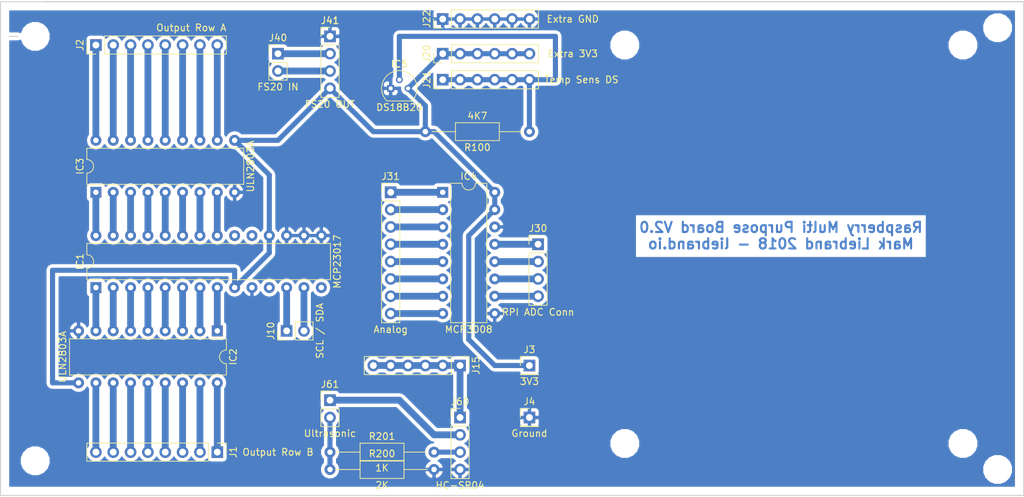
<source format=kicad_pcb>
(kicad_pcb (version 4) (host pcbnew 4.0.7)

  (general
    (links 98)
    (no_connects 0)
    (area 44.374999 24.385 194.385001 98.905)
    (thickness 1.6)
    (drawings 9)
    (tracks 97)
    (zones 0)
    (modules 31)
    (nets 58)
  )

  (page A4)
  (title_block
    (title "Raspberry Multipurpose Extension Board V2")
    (company liebrand.io)
  )

  (layers
    (0 F.Cu signal)
    (31 B.Cu signal)
    (32 B.Adhes user)
    (33 F.Adhes user)
    (34 B.Paste user)
    (35 F.Paste user)
    (36 B.SilkS user)
    (37 F.SilkS user)
    (38 B.Mask user)
    (39 F.Mask user)
    (40 Dwgs.User user)
    (41 Cmts.User user)
    (42 Eco1.User user)
    (43 Eco2.User user)
    (44 Edge.Cuts user)
    (45 Margin user)
    (46 B.CrtYd user)
    (47 F.CrtYd user)
    (48 B.Fab user)
    (49 F.Fab user)
  )

  (setup
    (last_trace_width 0.25)
    (user_trace_width 0.25)
    (user_trace_width 0.5)
    (user_trace_width 0.75)
    (user_trace_width 1)
    (user_trace_width 1.5)
    (user_trace_width 2)
    (trace_clearance 0.25)
    (zone_clearance 0.508)
    (zone_45_only no)
    (trace_min 0.25)
    (segment_width 0.2)
    (edge_width 0.15)
    (via_size 0.6)
    (via_drill 0.4)
    (via_min_size 0.4)
    (via_min_drill 0.3)
    (uvia_size 0.3)
    (uvia_drill 0.1)
    (uvias_allowed no)
    (uvia_min_size 0.2)
    (uvia_min_drill 0.1)
    (pcb_text_width 0.3)
    (pcb_text_size 1.5 1.5)
    (mod_edge_width 0.15)
    (mod_text_size 1 1)
    (mod_text_width 0.15)
    (pad_size 1.524 1.524)
    (pad_drill 0.762)
    (pad_to_mask_clearance 0.2)
    (aux_axis_origin 0 0)
    (grid_origin 46.99 31.75)
    (visible_elements FFFFFF7F)
    (pcbplotparams
      (layerselection 0x3ffff_80000001)
      (usegerberextensions false)
      (excludeedgelayer false)
      (linewidth 0.100000)
      (plotframeref false)
      (viasonmask false)
      (mode 1)
      (useauxorigin false)
      (hpglpennumber 1)
      (hpglpenspeed 20)
      (hpglpendiameter 15)
      (hpglpenoverlay 2)
      (psnegative false)
      (psa4output false)
      (plotreference true)
      (plotvalue true)
      (plotinvisibletext false)
      (padsonsilk false)
      (subtractmaskfromsilk false)
      (outputformat 1)
      (mirror false)
      (drillshape 0)
      (scaleselection 1)
      (outputdirectory Gerber/))
  )

  (net 0 "")
  (net 1 "Net-(IC1-Pad1)")
  (net 2 Earth)
  (net 3 "Net-(IC1-Pad2)")
  (net 4 "Net-(IC1-Pad3)")
  (net 5 "Net-(IC1-Pad4)")
  (net 6 VCC)
  (net 7 "Net-(IC1-Pad5)")
  (net 8 "Net-(IC1-Pad19)")
  (net 9 "Net-(IC1-Pad6)")
  (net 10 "Net-(IC1-Pad20)")
  (net 11 "Net-(IC1-Pad7)")
  (net 12 "Net-(IC1-Pad21)")
  (net 13 "Net-(IC1-Pad8)")
  (net 14 "Net-(IC1-Pad22)")
  (net 15 "Net-(IC1-Pad23)")
  (net 16 "Net-(IC1-Pad24)")
  (net 17 "Net-(IC1-Pad25)")
  (net 18 "Net-(IC1-Pad12)")
  (net 19 "Net-(IC1-Pad26)")
  (net 20 "Net-(IC1-Pad13)")
  (net 21 "Net-(IC1-Pad27)")
  (net 22 "Net-(IC1-Pad28)")
  (net 23 "Net-(IC2-Pad11)")
  (net 24 "Net-(IC2-Pad12)")
  (net 25 "Net-(IC2-Pad13)")
  (net 26 "Net-(IC2-Pad14)")
  (net 27 "Net-(IC2-Pad15)")
  (net 28 "Net-(IC2-Pad16)")
  (net 29 "Net-(IC2-Pad17)")
  (net 30 "Net-(IC2-Pad18)")
  (net 31 "Net-(IC3-Pad11)")
  (net 32 "Net-(IC3-Pad12)")
  (net 33 "Net-(IC3-Pad13)")
  (net 34 "Net-(IC3-Pad14)")
  (net 35 "Net-(IC3-Pad15)")
  (net 36 "Net-(IC3-Pad16)")
  (net 37 "Net-(IC3-Pad17)")
  (net 38 "Net-(IC3-Pad18)")
  (net 39 "Net-(IC4-Pad1)")
  (net 40 "Net-(IC4-Pad2)")
  (net 41 "Net-(IC4-Pad10)")
  (net 42 "Net-(IC4-Pad3)")
  (net 43 "Net-(IC4-Pad11)")
  (net 44 "Net-(IC4-Pad4)")
  (net 45 "Net-(IC4-Pad12)")
  (net 46 "Net-(IC4-Pad5)")
  (net 47 "Net-(IC4-Pad13)")
  (net 48 "Net-(IC4-Pad6)")
  (net 49 "Net-(IC4-Pad7)")
  (net 50 "Net-(IC4-Pad8)")
  (net 51 "Net-(IC5-Pad2)")
  (net 52 "Net-(J15-Pad1)")
  (net 53 "Net-(J40-Pad1)")
  (net 54 "Net-(J40-Pad2)")
  (net 55 "Net-(J60-Pad2)")
  (net 56 "Net-(J60-Pad3)")
  (net 57 "Net-(J61-Pad2)")

  (net_class Default "Dies ist die voreingestellte Netzklasse."
    (clearance 0.25)
    (trace_width 0.25)
    (via_dia 0.6)
    (via_drill 0.4)
    (uvia_dia 0.3)
    (uvia_drill 0.1)
    (add_net Earth)
    (add_net "Net-(IC1-Pad1)")
    (add_net "Net-(IC1-Pad12)")
    (add_net "Net-(IC1-Pad13)")
    (add_net "Net-(IC1-Pad19)")
    (add_net "Net-(IC1-Pad2)")
    (add_net "Net-(IC1-Pad20)")
    (add_net "Net-(IC1-Pad21)")
    (add_net "Net-(IC1-Pad22)")
    (add_net "Net-(IC1-Pad23)")
    (add_net "Net-(IC1-Pad24)")
    (add_net "Net-(IC1-Pad25)")
    (add_net "Net-(IC1-Pad26)")
    (add_net "Net-(IC1-Pad27)")
    (add_net "Net-(IC1-Pad28)")
    (add_net "Net-(IC1-Pad3)")
    (add_net "Net-(IC1-Pad4)")
    (add_net "Net-(IC1-Pad5)")
    (add_net "Net-(IC1-Pad6)")
    (add_net "Net-(IC1-Pad7)")
    (add_net "Net-(IC1-Pad8)")
    (add_net "Net-(IC2-Pad11)")
    (add_net "Net-(IC2-Pad12)")
    (add_net "Net-(IC2-Pad13)")
    (add_net "Net-(IC2-Pad14)")
    (add_net "Net-(IC2-Pad15)")
    (add_net "Net-(IC2-Pad16)")
    (add_net "Net-(IC2-Pad17)")
    (add_net "Net-(IC2-Pad18)")
    (add_net "Net-(IC3-Pad11)")
    (add_net "Net-(IC3-Pad12)")
    (add_net "Net-(IC3-Pad13)")
    (add_net "Net-(IC3-Pad14)")
    (add_net "Net-(IC3-Pad15)")
    (add_net "Net-(IC3-Pad16)")
    (add_net "Net-(IC3-Pad17)")
    (add_net "Net-(IC3-Pad18)")
    (add_net "Net-(IC4-Pad1)")
    (add_net "Net-(IC4-Pad10)")
    (add_net "Net-(IC4-Pad11)")
    (add_net "Net-(IC4-Pad12)")
    (add_net "Net-(IC4-Pad13)")
    (add_net "Net-(IC4-Pad2)")
    (add_net "Net-(IC4-Pad3)")
    (add_net "Net-(IC4-Pad4)")
    (add_net "Net-(IC4-Pad5)")
    (add_net "Net-(IC4-Pad6)")
    (add_net "Net-(IC4-Pad7)")
    (add_net "Net-(IC4-Pad8)")
    (add_net "Net-(IC5-Pad2)")
    (add_net "Net-(J15-Pad1)")
    (add_net "Net-(J40-Pad1)")
    (add_net "Net-(J40-Pad2)")
    (add_net "Net-(J60-Pad2)")
    (add_net "Net-(J60-Pad3)")
    (add_net "Net-(J61-Pad2)")
    (add_net VCC)
  )

  (module Housings_DIP:DIP-28_W7.62mm (layer F.Cu) (tedit 5B4B426B) (tstamp 5B4B1A38)
    (at 58.42 67.31 90)
    (descr "28-lead though-hole mounted DIP package, row spacing 7.62 mm (300 mils)")
    (tags "THT DIP DIL PDIP 2.54mm 7.62mm 300mil")
    (path /5B47A055)
    (fp_text reference IC1 (at 3.81 -2.33 90) (layer F.SilkS)
      (effects (font (size 1 1) (thickness 0.15)))
    )
    (fp_text value MCP23017 (at 3.81 35.35 90) (layer F.SilkS)
      (effects (font (size 1 1) (thickness 0.15)))
    )
    (fp_arc (start 3.81 -1.33) (end 2.81 -1.33) (angle -180) (layer F.SilkS) (width 0.12))
    (fp_line (start 1.635 -1.27) (end 6.985 -1.27) (layer F.Fab) (width 0.1))
    (fp_line (start 6.985 -1.27) (end 6.985 34.29) (layer F.Fab) (width 0.1))
    (fp_line (start 6.985 34.29) (end 0.635 34.29) (layer F.Fab) (width 0.1))
    (fp_line (start 0.635 34.29) (end 0.635 -0.27) (layer F.Fab) (width 0.1))
    (fp_line (start 0.635 -0.27) (end 1.635 -1.27) (layer F.Fab) (width 0.1))
    (fp_line (start 2.81 -1.33) (end 1.16 -1.33) (layer F.SilkS) (width 0.12))
    (fp_line (start 1.16 -1.33) (end 1.16 34.35) (layer F.SilkS) (width 0.12))
    (fp_line (start 1.16 34.35) (end 6.46 34.35) (layer F.SilkS) (width 0.12))
    (fp_line (start 6.46 34.35) (end 6.46 -1.33) (layer F.SilkS) (width 0.12))
    (fp_line (start 6.46 -1.33) (end 4.81 -1.33) (layer F.SilkS) (width 0.12))
    (fp_line (start -1.1 -1.55) (end -1.1 34.55) (layer F.CrtYd) (width 0.05))
    (fp_line (start -1.1 34.55) (end 8.7 34.55) (layer F.CrtYd) (width 0.05))
    (fp_line (start 8.7 34.55) (end 8.7 -1.55) (layer F.CrtYd) (width 0.05))
    (fp_line (start 8.7 -1.55) (end -1.1 -1.55) (layer F.CrtYd) (width 0.05))
    (fp_text user %R (at 3.81 16.51 90) (layer F.Fab)
      (effects (font (size 1 1) (thickness 0.15)))
    )
    (pad 1 thru_hole rect (at 0 0 90) (size 1.6 1.6) (drill 0.8) (layers *.Cu *.Mask)
      (net 1 "Net-(IC1-Pad1)"))
    (pad 15 thru_hole oval (at 7.62 33.02 90) (size 1.6 1.6) (drill 0.8) (layers *.Cu *.Mask)
      (net 2 Earth))
    (pad 2 thru_hole oval (at 0 2.54 90) (size 1.6 1.6) (drill 0.8) (layers *.Cu *.Mask)
      (net 3 "Net-(IC1-Pad2)"))
    (pad 16 thru_hole oval (at 7.62 30.48 90) (size 1.6 1.6) (drill 0.8) (layers *.Cu *.Mask)
      (net 2 Earth))
    (pad 3 thru_hole oval (at 0 5.08 90) (size 1.6 1.6) (drill 0.8) (layers *.Cu *.Mask)
      (net 4 "Net-(IC1-Pad3)"))
    (pad 17 thru_hole oval (at 7.62 27.94 90) (size 1.6 1.6) (drill 0.8) (layers *.Cu *.Mask)
      (net 2 Earth))
    (pad 4 thru_hole oval (at 0 7.62 90) (size 1.6 1.6) (drill 0.8) (layers *.Cu *.Mask)
      (net 5 "Net-(IC1-Pad4)"))
    (pad 18 thru_hole oval (at 7.62 25.4 90) (size 1.6 1.6) (drill 0.8) (layers *.Cu *.Mask)
      (net 6 VCC))
    (pad 5 thru_hole oval (at 0 10.16 90) (size 1.6 1.6) (drill 0.8) (layers *.Cu *.Mask)
      (net 7 "Net-(IC1-Pad5)"))
    (pad 19 thru_hole oval (at 7.62 22.86 90) (size 1.6 1.6) (drill 0.8) (layers *.Cu *.Mask)
      (net 8 "Net-(IC1-Pad19)"))
    (pad 6 thru_hole oval (at 0 12.7 90) (size 1.6 1.6) (drill 0.8) (layers *.Cu *.Mask)
      (net 9 "Net-(IC1-Pad6)"))
    (pad 20 thru_hole oval (at 7.62 20.32 90) (size 1.6 1.6) (drill 0.8) (layers *.Cu *.Mask)
      (net 10 "Net-(IC1-Pad20)"))
    (pad 7 thru_hole oval (at 0 15.24 90) (size 1.6 1.6) (drill 0.8) (layers *.Cu *.Mask)
      (net 11 "Net-(IC1-Pad7)"))
    (pad 21 thru_hole oval (at 7.62 17.78 90) (size 1.6 1.6) (drill 0.8) (layers *.Cu *.Mask)
      (net 12 "Net-(IC1-Pad21)"))
    (pad 8 thru_hole oval (at 0 17.78 90) (size 1.6 1.6) (drill 0.8) (layers *.Cu *.Mask)
      (net 13 "Net-(IC1-Pad8)"))
    (pad 22 thru_hole oval (at 7.62 15.24 90) (size 1.6 1.6) (drill 0.8) (layers *.Cu *.Mask)
      (net 14 "Net-(IC1-Pad22)"))
    (pad 9 thru_hole oval (at 0 20.32 90) (size 1.6 1.6) (drill 0.8) (layers *.Cu *.Mask)
      (net 6 VCC))
    (pad 23 thru_hole oval (at 7.62 12.7 90) (size 1.6 1.6) (drill 0.8) (layers *.Cu *.Mask)
      (net 15 "Net-(IC1-Pad23)"))
    (pad 10 thru_hole oval (at 0 22.86 90) (size 1.6 1.6) (drill 0.8) (layers *.Cu *.Mask)
      (net 2 Earth))
    (pad 24 thru_hole oval (at 7.62 10.16 90) (size 1.6 1.6) (drill 0.8) (layers *.Cu *.Mask)
      (net 16 "Net-(IC1-Pad24)"))
    (pad 11 thru_hole oval (at 0 25.4 90) (size 1.6 1.6) (drill 0.8) (layers *.Cu *.Mask))
    (pad 25 thru_hole oval (at 7.62 7.62 90) (size 1.6 1.6) (drill 0.8) (layers *.Cu *.Mask)
      (net 17 "Net-(IC1-Pad25)"))
    (pad 12 thru_hole oval (at 0 27.94 90) (size 1.6 1.6) (drill 0.8) (layers *.Cu *.Mask)
      (net 18 "Net-(IC1-Pad12)"))
    (pad 26 thru_hole oval (at 7.62 5.08 90) (size 1.6 1.6) (drill 0.8) (layers *.Cu *.Mask)
      (net 19 "Net-(IC1-Pad26)"))
    (pad 13 thru_hole oval (at 0 30.48 90) (size 1.6 1.6) (drill 0.8) (layers *.Cu *.Mask)
      (net 20 "Net-(IC1-Pad13)"))
    (pad 27 thru_hole oval (at 7.62 2.54 90) (size 1.6 1.6) (drill 0.8) (layers *.Cu *.Mask)
      (net 21 "Net-(IC1-Pad27)"))
    (pad 14 thru_hole oval (at 0 33.02 90) (size 1.6 1.6) (drill 0.8) (layers *.Cu *.Mask))
    (pad 28 thru_hole oval (at 7.62 0 90) (size 1.6 1.6) (drill 0.8) (layers *.Cu *.Mask)
      (net 22 "Net-(IC1-Pad28)"))
    (model ${KISYS3DMOD}/Housings_DIP.3dshapes/DIP-28_W7.62mm.wrl
      (at (xyz 0 0 0))
      (scale (xyz 1 1 1))
      (rotate (xyz 0 0 0))
    )
  )

  (module Housings_DIP:DIP-18_W7.62mm (layer F.Cu) (tedit 5B4B424B) (tstamp 5B4B1A4E)
    (at 76.2 73.66 270)
    (descr "18-lead though-hole mounted DIP package, row spacing 7.62 mm (300 mils)")
    (tags "THT DIP DIL PDIP 2.54mm 7.62mm 300mil")
    (path /5B47A08B)
    (fp_text reference IC2 (at 3.81 -2.33 270) (layer F.SilkS)
      (effects (font (size 1 1) (thickness 0.15)))
    )
    (fp_text value ULN2803A (at 3.81 22.65 270) (layer F.SilkS)
      (effects (font (size 1 1) (thickness 0.15)))
    )
    (fp_arc (start 3.81 -1.33) (end 2.81 -1.33) (angle -180) (layer F.SilkS) (width 0.12))
    (fp_line (start 1.635 -1.27) (end 6.985 -1.27) (layer F.Fab) (width 0.1))
    (fp_line (start 6.985 -1.27) (end 6.985 21.59) (layer F.Fab) (width 0.1))
    (fp_line (start 6.985 21.59) (end 0.635 21.59) (layer F.Fab) (width 0.1))
    (fp_line (start 0.635 21.59) (end 0.635 -0.27) (layer F.Fab) (width 0.1))
    (fp_line (start 0.635 -0.27) (end 1.635 -1.27) (layer F.Fab) (width 0.1))
    (fp_line (start 2.81 -1.33) (end 1.16 -1.33) (layer F.SilkS) (width 0.12))
    (fp_line (start 1.16 -1.33) (end 1.16 21.65) (layer F.SilkS) (width 0.12))
    (fp_line (start 1.16 21.65) (end 6.46 21.65) (layer F.SilkS) (width 0.12))
    (fp_line (start 6.46 21.65) (end 6.46 -1.33) (layer F.SilkS) (width 0.12))
    (fp_line (start 6.46 -1.33) (end 4.81 -1.33) (layer F.SilkS) (width 0.12))
    (fp_line (start -1.1 -1.55) (end -1.1 21.85) (layer F.CrtYd) (width 0.05))
    (fp_line (start -1.1 21.85) (end 8.7 21.85) (layer F.CrtYd) (width 0.05))
    (fp_line (start 8.7 21.85) (end 8.7 -1.55) (layer F.CrtYd) (width 0.05))
    (fp_line (start 8.7 -1.55) (end -1.1 -1.55) (layer F.CrtYd) (width 0.05))
    (fp_text user %R (at 3.81 10.16 270) (layer F.Fab)
      (effects (font (size 1 1) (thickness 0.15)))
    )
    (pad 1 thru_hole rect (at 0 0 270) (size 1.6 1.6) (drill 0.8) (layers *.Cu *.Mask)
      (net 13 "Net-(IC1-Pad8)"))
    (pad 10 thru_hole oval (at 7.62 20.32 270) (size 1.6 1.6) (drill 0.8) (layers *.Cu *.Mask)
      (net 6 VCC))
    (pad 2 thru_hole oval (at 0 2.54 270) (size 1.6 1.6) (drill 0.8) (layers *.Cu *.Mask)
      (net 11 "Net-(IC1-Pad7)"))
    (pad 11 thru_hole oval (at 7.62 17.78 270) (size 1.6 1.6) (drill 0.8) (layers *.Cu *.Mask)
      (net 23 "Net-(IC2-Pad11)"))
    (pad 3 thru_hole oval (at 0 5.08 270) (size 1.6 1.6) (drill 0.8) (layers *.Cu *.Mask)
      (net 9 "Net-(IC1-Pad6)"))
    (pad 12 thru_hole oval (at 7.62 15.24 270) (size 1.6 1.6) (drill 0.8) (layers *.Cu *.Mask)
      (net 24 "Net-(IC2-Pad12)"))
    (pad 4 thru_hole oval (at 0 7.62 270) (size 1.6 1.6) (drill 0.8) (layers *.Cu *.Mask)
      (net 7 "Net-(IC1-Pad5)"))
    (pad 13 thru_hole oval (at 7.62 12.7 270) (size 1.6 1.6) (drill 0.8) (layers *.Cu *.Mask)
      (net 25 "Net-(IC2-Pad13)"))
    (pad 5 thru_hole oval (at 0 10.16 270) (size 1.6 1.6) (drill 0.8) (layers *.Cu *.Mask)
      (net 5 "Net-(IC1-Pad4)"))
    (pad 14 thru_hole oval (at 7.62 10.16 270) (size 1.6 1.6) (drill 0.8) (layers *.Cu *.Mask)
      (net 26 "Net-(IC2-Pad14)"))
    (pad 6 thru_hole oval (at 0 12.7 270) (size 1.6 1.6) (drill 0.8) (layers *.Cu *.Mask)
      (net 4 "Net-(IC1-Pad3)"))
    (pad 15 thru_hole oval (at 7.62 7.62 270) (size 1.6 1.6) (drill 0.8) (layers *.Cu *.Mask)
      (net 27 "Net-(IC2-Pad15)"))
    (pad 7 thru_hole oval (at 0 15.24 270) (size 1.6 1.6) (drill 0.8) (layers *.Cu *.Mask)
      (net 3 "Net-(IC1-Pad2)"))
    (pad 16 thru_hole oval (at 7.62 5.08 270) (size 1.6 1.6) (drill 0.8) (layers *.Cu *.Mask)
      (net 28 "Net-(IC2-Pad16)"))
    (pad 8 thru_hole oval (at 0 17.78 270) (size 1.6 1.6) (drill 0.8) (layers *.Cu *.Mask)
      (net 1 "Net-(IC1-Pad1)"))
    (pad 17 thru_hole oval (at 7.62 2.54 270) (size 1.6 1.6) (drill 0.8) (layers *.Cu *.Mask)
      (net 29 "Net-(IC2-Pad17)"))
    (pad 9 thru_hole oval (at 0 20.32 270) (size 1.6 1.6) (drill 0.8) (layers *.Cu *.Mask)
      (net 2 Earth))
    (pad 18 thru_hole oval (at 7.62 0 270) (size 1.6 1.6) (drill 0.8) (layers *.Cu *.Mask)
      (net 30 "Net-(IC2-Pad18)"))
    (model ${KISYS3DMOD}/Housings_DIP.3dshapes/DIP-18_W7.62mm.wrl
      (at (xyz 0 0 0))
      (scale (xyz 1 1 1))
      (rotate (xyz 0 0 0))
    )
  )

  (module Housings_DIP:DIP-18_W7.62mm (layer F.Cu) (tedit 5B4B4282) (tstamp 5B4B1A64)
    (at 58.42 53.34 90)
    (descr "18-lead though-hole mounted DIP package, row spacing 7.62 mm (300 mils)")
    (tags "THT DIP DIL PDIP 2.54mm 7.62mm 300mil")
    (path /5B47A13F)
    (fp_text reference IC3 (at 3.81 -2.33 90) (layer F.SilkS)
      (effects (font (size 1 1) (thickness 0.15)))
    )
    (fp_text value ULN2803A (at 3.81 22.65 90) (layer F.SilkS)
      (effects (font (size 1 1) (thickness 0.15)))
    )
    (fp_arc (start 3.81 -1.33) (end 2.81 -1.33) (angle -180) (layer F.SilkS) (width 0.12))
    (fp_line (start 1.635 -1.27) (end 6.985 -1.27) (layer F.Fab) (width 0.1))
    (fp_line (start 6.985 -1.27) (end 6.985 21.59) (layer F.Fab) (width 0.1))
    (fp_line (start 6.985 21.59) (end 0.635 21.59) (layer F.Fab) (width 0.1))
    (fp_line (start 0.635 21.59) (end 0.635 -0.27) (layer F.Fab) (width 0.1))
    (fp_line (start 0.635 -0.27) (end 1.635 -1.27) (layer F.Fab) (width 0.1))
    (fp_line (start 2.81 -1.33) (end 1.16 -1.33) (layer F.SilkS) (width 0.12))
    (fp_line (start 1.16 -1.33) (end 1.16 21.65) (layer F.SilkS) (width 0.12))
    (fp_line (start 1.16 21.65) (end 6.46 21.65) (layer F.SilkS) (width 0.12))
    (fp_line (start 6.46 21.65) (end 6.46 -1.33) (layer F.SilkS) (width 0.12))
    (fp_line (start 6.46 -1.33) (end 4.81 -1.33) (layer F.SilkS) (width 0.12))
    (fp_line (start -1.1 -1.55) (end -1.1 21.85) (layer F.CrtYd) (width 0.05))
    (fp_line (start -1.1 21.85) (end 8.7 21.85) (layer F.CrtYd) (width 0.05))
    (fp_line (start 8.7 21.85) (end 8.7 -1.55) (layer F.CrtYd) (width 0.05))
    (fp_line (start 8.7 -1.55) (end -1.1 -1.55) (layer F.CrtYd) (width 0.05))
    (fp_text user %R (at 3.81 10.16 90) (layer F.Fab)
      (effects (font (size 1 1) (thickness 0.15)))
    )
    (pad 1 thru_hole rect (at 0 0 90) (size 1.6 1.6) (drill 0.8) (layers *.Cu *.Mask)
      (net 22 "Net-(IC1-Pad28)"))
    (pad 10 thru_hole oval (at 7.62 20.32 90) (size 1.6 1.6) (drill 0.8) (layers *.Cu *.Mask)
      (net 6 VCC))
    (pad 2 thru_hole oval (at 0 2.54 90) (size 1.6 1.6) (drill 0.8) (layers *.Cu *.Mask)
      (net 21 "Net-(IC1-Pad27)"))
    (pad 11 thru_hole oval (at 7.62 17.78 90) (size 1.6 1.6) (drill 0.8) (layers *.Cu *.Mask)
      (net 31 "Net-(IC3-Pad11)"))
    (pad 3 thru_hole oval (at 0 5.08 90) (size 1.6 1.6) (drill 0.8) (layers *.Cu *.Mask)
      (net 19 "Net-(IC1-Pad26)"))
    (pad 12 thru_hole oval (at 7.62 15.24 90) (size 1.6 1.6) (drill 0.8) (layers *.Cu *.Mask)
      (net 32 "Net-(IC3-Pad12)"))
    (pad 4 thru_hole oval (at 0 7.62 90) (size 1.6 1.6) (drill 0.8) (layers *.Cu *.Mask)
      (net 17 "Net-(IC1-Pad25)"))
    (pad 13 thru_hole oval (at 7.62 12.7 90) (size 1.6 1.6) (drill 0.8) (layers *.Cu *.Mask)
      (net 33 "Net-(IC3-Pad13)"))
    (pad 5 thru_hole oval (at 0 10.16 90) (size 1.6 1.6) (drill 0.8) (layers *.Cu *.Mask)
      (net 16 "Net-(IC1-Pad24)"))
    (pad 14 thru_hole oval (at 7.62 10.16 90) (size 1.6 1.6) (drill 0.8) (layers *.Cu *.Mask)
      (net 34 "Net-(IC3-Pad14)"))
    (pad 6 thru_hole oval (at 0 12.7 90) (size 1.6 1.6) (drill 0.8) (layers *.Cu *.Mask)
      (net 15 "Net-(IC1-Pad23)"))
    (pad 15 thru_hole oval (at 7.62 7.62 90) (size 1.6 1.6) (drill 0.8) (layers *.Cu *.Mask)
      (net 35 "Net-(IC3-Pad15)"))
    (pad 7 thru_hole oval (at 0 15.24 90) (size 1.6 1.6) (drill 0.8) (layers *.Cu *.Mask)
      (net 14 "Net-(IC1-Pad22)"))
    (pad 16 thru_hole oval (at 7.62 5.08 90) (size 1.6 1.6) (drill 0.8) (layers *.Cu *.Mask)
      (net 36 "Net-(IC3-Pad16)"))
    (pad 8 thru_hole oval (at 0 17.78 90) (size 1.6 1.6) (drill 0.8) (layers *.Cu *.Mask)
      (net 12 "Net-(IC1-Pad21)"))
    (pad 17 thru_hole oval (at 7.62 2.54 90) (size 1.6 1.6) (drill 0.8) (layers *.Cu *.Mask)
      (net 37 "Net-(IC3-Pad17)"))
    (pad 9 thru_hole oval (at 0 20.32 90) (size 1.6 1.6) (drill 0.8) (layers *.Cu *.Mask)
      (net 2 Earth))
    (pad 18 thru_hole oval (at 7.62 0 90) (size 1.6 1.6) (drill 0.8) (layers *.Cu *.Mask)
      (net 38 "Net-(IC3-Pad18)"))
    (model ${KISYS3DMOD}/Housings_DIP.3dshapes/DIP-18_W7.62mm.wrl
      (at (xyz 0 0 0))
      (scale (xyz 1 1 1))
      (rotate (xyz 0 0 0))
    )
  )

  (module Housings_DIP:DIP-16_W7.62mm (layer F.Cu) (tedit 5B4B42B5) (tstamp 5B4B1A78)
    (at 109.22 53.34)
    (descr "16-lead though-hole mounted DIP package, row spacing 7.62 mm (300 mils)")
    (tags "THT DIP DIL PDIP 2.54mm 7.62mm 300mil")
    (path /5B4896B2)
    (fp_text reference IC4 (at 3.81 -2.33) (layer F.SilkS)
      (effects (font (size 1 1) (thickness 0.15)))
    )
    (fp_text value MCP3008 (at 3.81 20.11) (layer F.SilkS)
      (effects (font (size 1 1) (thickness 0.15)))
    )
    (fp_arc (start 3.81 -1.33) (end 2.81 -1.33) (angle -180) (layer F.SilkS) (width 0.12))
    (fp_line (start 1.635 -1.27) (end 6.985 -1.27) (layer F.Fab) (width 0.1))
    (fp_line (start 6.985 -1.27) (end 6.985 19.05) (layer F.Fab) (width 0.1))
    (fp_line (start 6.985 19.05) (end 0.635 19.05) (layer F.Fab) (width 0.1))
    (fp_line (start 0.635 19.05) (end 0.635 -0.27) (layer F.Fab) (width 0.1))
    (fp_line (start 0.635 -0.27) (end 1.635 -1.27) (layer F.Fab) (width 0.1))
    (fp_line (start 2.81 -1.33) (end 1.16 -1.33) (layer F.SilkS) (width 0.12))
    (fp_line (start 1.16 -1.33) (end 1.16 19.11) (layer F.SilkS) (width 0.12))
    (fp_line (start 1.16 19.11) (end 6.46 19.11) (layer F.SilkS) (width 0.12))
    (fp_line (start 6.46 19.11) (end 6.46 -1.33) (layer F.SilkS) (width 0.12))
    (fp_line (start 6.46 -1.33) (end 4.81 -1.33) (layer F.SilkS) (width 0.12))
    (fp_line (start -1.1 -1.55) (end -1.1 19.3) (layer F.CrtYd) (width 0.05))
    (fp_line (start -1.1 19.3) (end 8.7 19.3) (layer F.CrtYd) (width 0.05))
    (fp_line (start 8.7 19.3) (end 8.7 -1.55) (layer F.CrtYd) (width 0.05))
    (fp_line (start 8.7 -1.55) (end -1.1 -1.55) (layer F.CrtYd) (width 0.05))
    (fp_text user %R (at 3.81 8.89) (layer F.Fab)
      (effects (font (size 1 1) (thickness 0.15)))
    )
    (pad 1 thru_hole rect (at 0 0) (size 1.6 1.6) (drill 0.8) (layers *.Cu *.Mask)
      (net 39 "Net-(IC4-Pad1)"))
    (pad 9 thru_hole oval (at 7.62 17.78) (size 1.6 1.6) (drill 0.8) (layers *.Cu *.Mask)
      (net 2 Earth))
    (pad 2 thru_hole oval (at 0 2.54) (size 1.6 1.6) (drill 0.8) (layers *.Cu *.Mask)
      (net 40 "Net-(IC4-Pad2)"))
    (pad 10 thru_hole oval (at 7.62 15.24) (size 1.6 1.6) (drill 0.8) (layers *.Cu *.Mask)
      (net 41 "Net-(IC4-Pad10)"))
    (pad 3 thru_hole oval (at 0 5.08) (size 1.6 1.6) (drill 0.8) (layers *.Cu *.Mask)
      (net 42 "Net-(IC4-Pad3)"))
    (pad 11 thru_hole oval (at 7.62 12.7) (size 1.6 1.6) (drill 0.8) (layers *.Cu *.Mask)
      (net 43 "Net-(IC4-Pad11)"))
    (pad 4 thru_hole oval (at 0 7.62) (size 1.6 1.6) (drill 0.8) (layers *.Cu *.Mask)
      (net 44 "Net-(IC4-Pad4)"))
    (pad 12 thru_hole oval (at 7.62 10.16) (size 1.6 1.6) (drill 0.8) (layers *.Cu *.Mask)
      (net 45 "Net-(IC4-Pad12)"))
    (pad 5 thru_hole oval (at 0 10.16) (size 1.6 1.6) (drill 0.8) (layers *.Cu *.Mask)
      (net 46 "Net-(IC4-Pad5)"))
    (pad 13 thru_hole oval (at 7.62 7.62) (size 1.6 1.6) (drill 0.8) (layers *.Cu *.Mask)
      (net 47 "Net-(IC4-Pad13)"))
    (pad 6 thru_hole oval (at 0 12.7) (size 1.6 1.6) (drill 0.8) (layers *.Cu *.Mask)
      (net 48 "Net-(IC4-Pad6)"))
    (pad 14 thru_hole oval (at 7.62 5.08) (size 1.6 1.6) (drill 0.8) (layers *.Cu *.Mask)
      (net 2 Earth))
    (pad 7 thru_hole oval (at 0 15.24) (size 1.6 1.6) (drill 0.8) (layers *.Cu *.Mask)
      (net 49 "Net-(IC4-Pad7)"))
    (pad 15 thru_hole oval (at 7.62 2.54) (size 1.6 1.6) (drill 0.8) (layers *.Cu *.Mask)
      (net 6 VCC))
    (pad 8 thru_hole oval (at 0 17.78) (size 1.6 1.6) (drill 0.8) (layers *.Cu *.Mask)
      (net 50 "Net-(IC4-Pad8)"))
    (pad 16 thru_hole oval (at 7.62 0) (size 1.6 1.6) (drill 0.8) (layers *.Cu *.Mask)
      (net 6 VCC))
    (model ${KISYS3DMOD}/Housings_DIP.3dshapes/DIP-16_W7.62mm.wrl
      (at (xyz 0 0 0))
      (scale (xyz 1 1 1))
      (rotate (xyz 0 0 0))
    )
  )

  (module TO_SOT_Packages_THT:TO-92_Molded_Narrow (layer F.Cu) (tedit 5B4B42C3) (tstamp 5B4B1A7F)
    (at 101.6 38.1)
    (descr "TO-92 leads molded, narrow, drill 0.6mm (see NXP sot054_po.pdf)")
    (tags "to-92 sc-43 sc-43a sot54 PA33 transistor")
    (path /5B4A14F8)
    (fp_text reference IC5 (at 1.27 -3.56) (layer F.SilkS)
      (effects (font (size 1 1) (thickness 0.15)))
    )
    (fp_text value DS18B20 (at 1.27 2.79) (layer F.SilkS)
      (effects (font (size 1 1) (thickness 0.15)))
    )
    (fp_text user %R (at 1.27 -3.56) (layer F.SilkS)
      (effects (font (size 1 1) (thickness 0.15)))
    )
    (fp_line (start -0.53 1.85) (end 3.07 1.85) (layer F.SilkS) (width 0.12))
    (fp_line (start -0.5 1.75) (end 3 1.75) (layer F.Fab) (width 0.1))
    (fp_line (start -1.46 -2.73) (end 4 -2.73) (layer F.CrtYd) (width 0.05))
    (fp_line (start -1.46 -2.73) (end -1.46 2.01) (layer F.CrtYd) (width 0.05))
    (fp_line (start 4 2.01) (end 4 -2.73) (layer F.CrtYd) (width 0.05))
    (fp_line (start 4 2.01) (end -1.46 2.01) (layer F.CrtYd) (width 0.05))
    (fp_arc (start 1.27 0) (end 1.27 -2.48) (angle 135) (layer F.Fab) (width 0.1))
    (fp_arc (start 1.27 0) (end 1.27 -2.6) (angle -135) (layer F.SilkS) (width 0.12))
    (fp_arc (start 1.27 0) (end 1.27 -2.48) (angle -135) (layer F.Fab) (width 0.1))
    (fp_arc (start 1.27 0) (end 1.27 -2.6) (angle 135) (layer F.SilkS) (width 0.12))
    (pad 2 thru_hole circle (at 1.27 -1.27 90) (size 1 1) (drill 0.6) (layers *.Cu *.Mask)
      (net 51 "Net-(IC5-Pad2)"))
    (pad 3 thru_hole circle (at 2.54 0 90) (size 1 1) (drill 0.6) (layers *.Cu *.Mask)
      (net 6 VCC))
    (pad 1 thru_hole rect (at 0 0 90) (size 1 1) (drill 0.6) (layers *.Cu *.Mask)
      (net 2 Earth))
    (model ${KISYS3DMOD}/TO_SOT_Packages_THT.3dshapes/TO-92_Molded_Narrow.wrl
      (at (xyz 0.05 0 0))
      (scale (xyz 1 1 1))
      (rotate (xyz 0 0 -90))
    )
  )

  (module Pin_Headers:Pin_Header_Straight_1x08_Pitch2.54mm (layer F.Cu) (tedit 5B4B4242) (tstamp 5B4B1A8B)
    (at 76.2 91.44 270)
    (descr "Through hole straight pin header, 1x08, 2.54mm pitch, single row")
    (tags "Through hole pin header THT 1x08 2.54mm single row")
    (path /5B48579E)
    (fp_text reference J1 (at 0 -2.33 270) (layer F.SilkS)
      (effects (font (size 1 1) (thickness 0.15)))
    )
    (fp_text value "Output Row B" (at 0 -8.89 360) (layer F.SilkS)
      (effects (font (size 1 1) (thickness 0.15)))
    )
    (fp_line (start -0.635 -1.27) (end 1.27 -1.27) (layer F.Fab) (width 0.1))
    (fp_line (start 1.27 -1.27) (end 1.27 19.05) (layer F.Fab) (width 0.1))
    (fp_line (start 1.27 19.05) (end -1.27 19.05) (layer F.Fab) (width 0.1))
    (fp_line (start -1.27 19.05) (end -1.27 -0.635) (layer F.Fab) (width 0.1))
    (fp_line (start -1.27 -0.635) (end -0.635 -1.27) (layer F.Fab) (width 0.1))
    (fp_line (start -1.33 19.11) (end 1.33 19.11) (layer F.SilkS) (width 0.12))
    (fp_line (start -1.33 1.27) (end -1.33 19.11) (layer F.SilkS) (width 0.12))
    (fp_line (start 1.33 1.27) (end 1.33 19.11) (layer F.SilkS) (width 0.12))
    (fp_line (start -1.33 1.27) (end 1.33 1.27) (layer F.SilkS) (width 0.12))
    (fp_line (start -1.33 0) (end -1.33 -1.33) (layer F.SilkS) (width 0.12))
    (fp_line (start -1.33 -1.33) (end 0 -1.33) (layer F.SilkS) (width 0.12))
    (fp_line (start -1.8 -1.8) (end -1.8 19.55) (layer F.CrtYd) (width 0.05))
    (fp_line (start -1.8 19.55) (end 1.8 19.55) (layer F.CrtYd) (width 0.05))
    (fp_line (start 1.8 19.55) (end 1.8 -1.8) (layer F.CrtYd) (width 0.05))
    (fp_line (start 1.8 -1.8) (end -1.8 -1.8) (layer F.CrtYd) (width 0.05))
    (fp_text user %R (at 0 8.89 360) (layer F.Fab)
      (effects (font (size 1 1) (thickness 0.15)))
    )
    (pad 1 thru_hole rect (at 0 0 270) (size 1.7 1.7) (drill 1) (layers *.Cu *.Mask)
      (net 30 "Net-(IC2-Pad18)"))
    (pad 2 thru_hole oval (at 0 2.54 270) (size 1.7 1.7) (drill 1) (layers *.Cu *.Mask)
      (net 29 "Net-(IC2-Pad17)"))
    (pad 3 thru_hole oval (at 0 5.08 270) (size 1.7 1.7) (drill 1) (layers *.Cu *.Mask)
      (net 28 "Net-(IC2-Pad16)"))
    (pad 4 thru_hole oval (at 0 7.62 270) (size 1.7 1.7) (drill 1) (layers *.Cu *.Mask)
      (net 27 "Net-(IC2-Pad15)"))
    (pad 5 thru_hole oval (at 0 10.16 270) (size 1.7 1.7) (drill 1) (layers *.Cu *.Mask)
      (net 26 "Net-(IC2-Pad14)"))
    (pad 6 thru_hole oval (at 0 12.7 270) (size 1.7 1.7) (drill 1) (layers *.Cu *.Mask)
      (net 25 "Net-(IC2-Pad13)"))
    (pad 7 thru_hole oval (at 0 15.24 270) (size 1.7 1.7) (drill 1) (layers *.Cu *.Mask)
      (net 24 "Net-(IC2-Pad12)"))
    (pad 8 thru_hole oval (at 0 17.78 270) (size 1.7 1.7) (drill 1) (layers *.Cu *.Mask)
      (net 23 "Net-(IC2-Pad11)"))
    (model ${KISYS3DMOD}/Pin_Headers.3dshapes/Pin_Header_Straight_1x08_Pitch2.54mm.wrl
      (at (xyz 0 0 0))
      (scale (xyz 1 1 1))
      (rotate (xyz 0 0 0))
    )
  )

  (module Pin_Headers:Pin_Header_Straight_1x08_Pitch2.54mm (layer F.Cu) (tedit 5B4B4278) (tstamp 5B4B1A97)
    (at 58.42 31.75 90)
    (descr "Through hole straight pin header, 1x08, 2.54mm pitch, single row")
    (tags "Through hole pin header THT 1x08 2.54mm single row")
    (path /5B4859DD)
    (fp_text reference J2 (at 0 -2.33 90) (layer F.SilkS)
      (effects (font (size 1 1) (thickness 0.15)))
    )
    (fp_text value "Output Row A" (at 2.54 13.97 180) (layer F.SilkS)
      (effects (font (size 1 1) (thickness 0.15)))
    )
    (fp_line (start -0.635 -1.27) (end 1.27 -1.27) (layer F.Fab) (width 0.1))
    (fp_line (start 1.27 -1.27) (end 1.27 19.05) (layer F.Fab) (width 0.1))
    (fp_line (start 1.27 19.05) (end -1.27 19.05) (layer F.Fab) (width 0.1))
    (fp_line (start -1.27 19.05) (end -1.27 -0.635) (layer F.Fab) (width 0.1))
    (fp_line (start -1.27 -0.635) (end -0.635 -1.27) (layer F.Fab) (width 0.1))
    (fp_line (start -1.33 19.11) (end 1.33 19.11) (layer F.SilkS) (width 0.12))
    (fp_line (start -1.33 1.27) (end -1.33 19.11) (layer F.SilkS) (width 0.12))
    (fp_line (start 1.33 1.27) (end 1.33 19.11) (layer F.SilkS) (width 0.12))
    (fp_line (start -1.33 1.27) (end 1.33 1.27) (layer F.SilkS) (width 0.12))
    (fp_line (start -1.33 0) (end -1.33 -1.33) (layer F.SilkS) (width 0.12))
    (fp_line (start -1.33 -1.33) (end 0 -1.33) (layer F.SilkS) (width 0.12))
    (fp_line (start -1.8 -1.8) (end -1.8 19.55) (layer F.CrtYd) (width 0.05))
    (fp_line (start -1.8 19.55) (end 1.8 19.55) (layer F.CrtYd) (width 0.05))
    (fp_line (start 1.8 19.55) (end 1.8 -1.8) (layer F.CrtYd) (width 0.05))
    (fp_line (start 1.8 -1.8) (end -1.8 -1.8) (layer F.CrtYd) (width 0.05))
    (fp_text user %R (at 0 8.89 180) (layer F.Fab)
      (effects (font (size 1 1) (thickness 0.15)))
    )
    (pad 1 thru_hole rect (at 0 0 90) (size 1.7 1.7) (drill 1) (layers *.Cu *.Mask)
      (net 38 "Net-(IC3-Pad18)"))
    (pad 2 thru_hole oval (at 0 2.54 90) (size 1.7 1.7) (drill 1) (layers *.Cu *.Mask)
      (net 37 "Net-(IC3-Pad17)"))
    (pad 3 thru_hole oval (at 0 5.08 90) (size 1.7 1.7) (drill 1) (layers *.Cu *.Mask)
      (net 36 "Net-(IC3-Pad16)"))
    (pad 4 thru_hole oval (at 0 7.62 90) (size 1.7 1.7) (drill 1) (layers *.Cu *.Mask)
      (net 35 "Net-(IC3-Pad15)"))
    (pad 5 thru_hole oval (at 0 10.16 90) (size 1.7 1.7) (drill 1) (layers *.Cu *.Mask)
      (net 34 "Net-(IC3-Pad14)"))
    (pad 6 thru_hole oval (at 0 12.7 90) (size 1.7 1.7) (drill 1) (layers *.Cu *.Mask)
      (net 33 "Net-(IC3-Pad13)"))
    (pad 7 thru_hole oval (at 0 15.24 90) (size 1.7 1.7) (drill 1) (layers *.Cu *.Mask)
      (net 32 "Net-(IC3-Pad12)"))
    (pad 8 thru_hole oval (at 0 17.78 90) (size 1.7 1.7) (drill 1) (layers *.Cu *.Mask)
      (net 31 "Net-(IC3-Pad11)"))
    (model ${KISYS3DMOD}/Pin_Headers.3dshapes/Pin_Header_Straight_1x08_Pitch2.54mm.wrl
      (at (xyz 0 0 0))
      (scale (xyz 1 1 1))
      (rotate (xyz 0 0 0))
    )
  )

  (module Pin_Headers:Pin_Header_Straight_1x01_Pitch2.54mm (layer F.Cu) (tedit 5B4B41F2) (tstamp 5B4B1A9C)
    (at 121.92 78.74)
    (descr "Through hole straight pin header, 1x01, 2.54mm pitch, single row")
    (tags "Through hole pin header THT 1x01 2.54mm single row")
    (path /5B48A4D6)
    (fp_text reference J3 (at 0 -2.33) (layer F.SilkS)
      (effects (font (size 1 1) (thickness 0.15)))
    )
    (fp_text value 3V3 (at 0 2.33) (layer F.SilkS)
      (effects (font (size 1 1) (thickness 0.15)))
    )
    (fp_line (start -0.635 -1.27) (end 1.27 -1.27) (layer F.Fab) (width 0.1))
    (fp_line (start 1.27 -1.27) (end 1.27 1.27) (layer F.Fab) (width 0.1))
    (fp_line (start 1.27 1.27) (end -1.27 1.27) (layer F.Fab) (width 0.1))
    (fp_line (start -1.27 1.27) (end -1.27 -0.635) (layer F.Fab) (width 0.1))
    (fp_line (start -1.27 -0.635) (end -0.635 -1.27) (layer F.Fab) (width 0.1))
    (fp_line (start -1.33 1.33) (end 1.33 1.33) (layer F.SilkS) (width 0.12))
    (fp_line (start -1.33 1.27) (end -1.33 1.33) (layer F.SilkS) (width 0.12))
    (fp_line (start 1.33 1.27) (end 1.33 1.33) (layer F.SilkS) (width 0.12))
    (fp_line (start -1.33 1.27) (end 1.33 1.27) (layer F.SilkS) (width 0.12))
    (fp_line (start -1.33 0) (end -1.33 -1.33) (layer F.SilkS) (width 0.12))
    (fp_line (start -1.33 -1.33) (end 0 -1.33) (layer F.SilkS) (width 0.12))
    (fp_line (start -1.8 -1.8) (end -1.8 1.8) (layer F.CrtYd) (width 0.05))
    (fp_line (start -1.8 1.8) (end 1.8 1.8) (layer F.CrtYd) (width 0.05))
    (fp_line (start 1.8 1.8) (end 1.8 -1.8) (layer F.CrtYd) (width 0.05))
    (fp_line (start 1.8 -1.8) (end -1.8 -1.8) (layer F.CrtYd) (width 0.05))
    (fp_text user %R (at 0 0 90) (layer F.Fab)
      (effects (font (size 1 1) (thickness 0.15)))
    )
    (pad 1 thru_hole rect (at 0 0) (size 1.7 1.7) (drill 1) (layers *.Cu *.Mask)
      (net 6 VCC))
    (model ${KISYS3DMOD}/Pin_Headers.3dshapes/Pin_Header_Straight_1x01_Pitch2.54mm.wrl
      (at (xyz 0 0 0))
      (scale (xyz 1 1 1))
      (rotate (xyz 0 0 0))
    )
  )

  (module Pin_Headers:Pin_Header_Straight_1x02_Pitch2.54mm (layer F.Cu) (tedit 5B4B425D) (tstamp 5B4B1AA2)
    (at 86.36 73.66 90)
    (descr "Through hole straight pin header, 1x02, 2.54mm pitch, single row")
    (tags "Through hole pin header THT 1x02 2.54mm single row")
    (path /5B485E8B)
    (fp_text reference J10 (at 0 -2.33 90) (layer F.SilkS)
      (effects (font (size 1 1) (thickness 0.15)))
    )
    (fp_text value "SCL / SDA" (at 0 4.87 90) (layer F.SilkS)
      (effects (font (size 1 1) (thickness 0.15)))
    )
    (fp_line (start -0.635 -1.27) (end 1.27 -1.27) (layer F.Fab) (width 0.1))
    (fp_line (start 1.27 -1.27) (end 1.27 3.81) (layer F.Fab) (width 0.1))
    (fp_line (start 1.27 3.81) (end -1.27 3.81) (layer F.Fab) (width 0.1))
    (fp_line (start -1.27 3.81) (end -1.27 -0.635) (layer F.Fab) (width 0.1))
    (fp_line (start -1.27 -0.635) (end -0.635 -1.27) (layer F.Fab) (width 0.1))
    (fp_line (start -1.33 3.87) (end 1.33 3.87) (layer F.SilkS) (width 0.12))
    (fp_line (start -1.33 1.27) (end -1.33 3.87) (layer F.SilkS) (width 0.12))
    (fp_line (start 1.33 1.27) (end 1.33 3.87) (layer F.SilkS) (width 0.12))
    (fp_line (start -1.33 1.27) (end 1.33 1.27) (layer F.SilkS) (width 0.12))
    (fp_line (start -1.33 0) (end -1.33 -1.33) (layer F.SilkS) (width 0.12))
    (fp_line (start -1.33 -1.33) (end 0 -1.33) (layer F.SilkS) (width 0.12))
    (fp_line (start -1.8 -1.8) (end -1.8 4.35) (layer F.CrtYd) (width 0.05))
    (fp_line (start -1.8 4.35) (end 1.8 4.35) (layer F.CrtYd) (width 0.05))
    (fp_line (start 1.8 4.35) (end 1.8 -1.8) (layer F.CrtYd) (width 0.05))
    (fp_line (start 1.8 -1.8) (end -1.8 -1.8) (layer F.CrtYd) (width 0.05))
    (fp_text user %R (at 0 1.27 180) (layer F.Fab)
      (effects (font (size 1 1) (thickness 0.15)))
    )
    (pad 1 thru_hole rect (at 0 0 90) (size 1.7 1.7) (drill 1) (layers *.Cu *.Mask)
      (net 18 "Net-(IC1-Pad12)"))
    (pad 2 thru_hole oval (at 0 2.54 90) (size 1.7 1.7) (drill 1) (layers *.Cu *.Mask)
      (net 20 "Net-(IC1-Pad13)"))
    (model ${KISYS3DMOD}/Pin_Headers.3dshapes/Pin_Header_Straight_1x02_Pitch2.54mm.wrl
      (at (xyz 0 0 0))
      (scale (xyz 1 1 1))
      (rotate (xyz 0 0 0))
    )
  )

  (module Pin_Headers:Pin_Header_Straight_1x06_Pitch2.54mm (layer F.Cu) (tedit 59650532) (tstamp 5B4B1AAC)
    (at 111.76 78.74 270)
    (descr "Through hole straight pin header, 1x06, 2.54mm pitch, single row")
    (tags "Through hole pin header THT 1x06 2.54mm single row")
    (path /5B4A29B9)
    (fp_text reference J15 (at 0 -2.33 270) (layer F.SilkS)
      (effects (font (size 1 1) (thickness 0.15)))
    )
    (fp_text value 5V (at 0 15.03 270) (layer F.Fab)
      (effects (font (size 1 1) (thickness 0.15)))
    )
    (fp_line (start -0.635 -1.27) (end 1.27 -1.27) (layer F.Fab) (width 0.1))
    (fp_line (start 1.27 -1.27) (end 1.27 13.97) (layer F.Fab) (width 0.1))
    (fp_line (start 1.27 13.97) (end -1.27 13.97) (layer F.Fab) (width 0.1))
    (fp_line (start -1.27 13.97) (end -1.27 -0.635) (layer F.Fab) (width 0.1))
    (fp_line (start -1.27 -0.635) (end -0.635 -1.27) (layer F.Fab) (width 0.1))
    (fp_line (start -1.33 14.03) (end 1.33 14.03) (layer F.SilkS) (width 0.12))
    (fp_line (start -1.33 1.27) (end -1.33 14.03) (layer F.SilkS) (width 0.12))
    (fp_line (start 1.33 1.27) (end 1.33 14.03) (layer F.SilkS) (width 0.12))
    (fp_line (start -1.33 1.27) (end 1.33 1.27) (layer F.SilkS) (width 0.12))
    (fp_line (start -1.33 0) (end -1.33 -1.33) (layer F.SilkS) (width 0.12))
    (fp_line (start -1.33 -1.33) (end 0 -1.33) (layer F.SilkS) (width 0.12))
    (fp_line (start -1.8 -1.8) (end -1.8 14.5) (layer F.CrtYd) (width 0.05))
    (fp_line (start -1.8 14.5) (end 1.8 14.5) (layer F.CrtYd) (width 0.05))
    (fp_line (start 1.8 14.5) (end 1.8 -1.8) (layer F.CrtYd) (width 0.05))
    (fp_line (start 1.8 -1.8) (end -1.8 -1.8) (layer F.CrtYd) (width 0.05))
    (fp_text user %R (at 0 6.35 360) (layer F.Fab)
      (effects (font (size 1 1) (thickness 0.15)))
    )
    (pad 1 thru_hole rect (at 0 0 270) (size 1.7 1.7) (drill 1) (layers *.Cu *.Mask)
      (net 52 "Net-(J15-Pad1)"))
    (pad 2 thru_hole oval (at 0 2.54 270) (size 1.7 1.7) (drill 1) (layers *.Cu *.Mask)
      (net 52 "Net-(J15-Pad1)"))
    (pad 3 thru_hole oval (at 0 5.08 270) (size 1.7 1.7) (drill 1) (layers *.Cu *.Mask)
      (net 52 "Net-(J15-Pad1)"))
    (pad 4 thru_hole oval (at 0 7.62 270) (size 1.7 1.7) (drill 1) (layers *.Cu *.Mask)
      (net 52 "Net-(J15-Pad1)"))
    (pad 5 thru_hole oval (at 0 10.16 270) (size 1.7 1.7) (drill 1) (layers *.Cu *.Mask)
      (net 52 "Net-(J15-Pad1)"))
    (pad 6 thru_hole oval (at 0 12.7 270) (size 1.7 1.7) (drill 1) (layers *.Cu *.Mask)
      (net 52 "Net-(J15-Pad1)"))
    (model ${KISYS3DMOD}/Pin_Headers.3dshapes/Pin_Header_Straight_1x06_Pitch2.54mm.wrl
      (at (xyz 0 0 0))
      (scale (xyz 1 1 1))
      (rotate (xyz 0 0 0))
    )
  )

  (module Pin_Headers:Pin_Header_Straight_1x06_Pitch2.54mm (layer F.Cu) (tedit 5B4B421E) (tstamp 5B4B1AB6)
    (at 109.22 33.02 90)
    (descr "Through hole straight pin header, 1x06, 2.54mm pitch, single row")
    (tags "Through hole pin header THT 1x06 2.54mm single row")
    (path /5B48A9AC)
    (fp_text reference J20 (at 0 -2.33 90) (layer F.SilkS)
      (effects (font (size 1 1) (thickness 0.15)))
    )
    (fp_text value "Extra 3V3" (at 0 19.05 180) (layer F.SilkS)
      (effects (font (size 1 1) (thickness 0.15)))
    )
    (fp_line (start -0.635 -1.27) (end 1.27 -1.27) (layer F.Fab) (width 0.1))
    (fp_line (start 1.27 -1.27) (end 1.27 13.97) (layer F.Fab) (width 0.1))
    (fp_line (start 1.27 13.97) (end -1.27 13.97) (layer F.Fab) (width 0.1))
    (fp_line (start -1.27 13.97) (end -1.27 -0.635) (layer F.Fab) (width 0.1))
    (fp_line (start -1.27 -0.635) (end -0.635 -1.27) (layer F.Fab) (width 0.1))
    (fp_line (start -1.33 14.03) (end 1.33 14.03) (layer F.SilkS) (width 0.12))
    (fp_line (start -1.33 1.27) (end -1.33 14.03) (layer F.SilkS) (width 0.12))
    (fp_line (start 1.33 1.27) (end 1.33 14.03) (layer F.SilkS) (width 0.12))
    (fp_line (start -1.33 1.27) (end 1.33 1.27) (layer F.SilkS) (width 0.12))
    (fp_line (start -1.33 0) (end -1.33 -1.33) (layer F.SilkS) (width 0.12))
    (fp_line (start -1.33 -1.33) (end 0 -1.33) (layer F.SilkS) (width 0.12))
    (fp_line (start -1.8 -1.8) (end -1.8 14.5) (layer F.CrtYd) (width 0.05))
    (fp_line (start -1.8 14.5) (end 1.8 14.5) (layer F.CrtYd) (width 0.05))
    (fp_line (start 1.8 14.5) (end 1.8 -1.8) (layer F.CrtYd) (width 0.05))
    (fp_line (start 1.8 -1.8) (end -1.8 -1.8) (layer F.CrtYd) (width 0.05))
    (fp_text user %R (at 0 6.35 180) (layer F.Fab)
      (effects (font (size 1 1) (thickness 0.15)))
    )
    (pad 1 thru_hole rect (at 0 0 90) (size 1.7 1.7) (drill 1) (layers *.Cu *.Mask)
      (net 6 VCC))
    (pad 2 thru_hole oval (at 0 2.54 90) (size 1.7 1.7) (drill 1) (layers *.Cu *.Mask)
      (net 6 VCC))
    (pad 3 thru_hole oval (at 0 5.08 90) (size 1.7 1.7) (drill 1) (layers *.Cu *.Mask)
      (net 6 VCC))
    (pad 4 thru_hole oval (at 0 7.62 90) (size 1.7 1.7) (drill 1) (layers *.Cu *.Mask)
      (net 6 VCC))
    (pad 5 thru_hole oval (at 0 10.16 90) (size 1.7 1.7) (drill 1) (layers *.Cu *.Mask)
      (net 6 VCC))
    (pad 6 thru_hole oval (at 0 12.7 90) (size 1.7 1.7) (drill 1) (layers *.Cu *.Mask)
      (net 6 VCC))
    (model ${KISYS3DMOD}/Pin_Headers.3dshapes/Pin_Header_Straight_1x06_Pitch2.54mm.wrl
      (at (xyz 0 0 0))
      (scale (xyz 1 1 1))
      (rotate (xyz 0 0 0))
    )
  )

  (module Pin_Headers:Pin_Header_Straight_1x06_Pitch2.54mm (layer F.Cu) (tedit 5B4B4229) (tstamp 5B4B1AC0)
    (at 109.22 36.83 90)
    (descr "Through hole straight pin header, 1x06, 2.54mm pitch, single row")
    (tags "Through hole pin header THT 1x06 2.54mm single row")
    (path /5B4A1BA9)
    (fp_text reference J21 (at 0 -2.33 90) (layer F.SilkS)
      (effects (font (size 1 1) (thickness 0.15)))
    )
    (fp_text value "Temp Sens DS" (at 0 20.32 180) (layer F.SilkS)
      (effects (font (size 1 1) (thickness 0.15)))
    )
    (fp_line (start -0.635 -1.27) (end 1.27 -1.27) (layer F.Fab) (width 0.1))
    (fp_line (start 1.27 -1.27) (end 1.27 13.97) (layer F.Fab) (width 0.1))
    (fp_line (start 1.27 13.97) (end -1.27 13.97) (layer F.Fab) (width 0.1))
    (fp_line (start -1.27 13.97) (end -1.27 -0.635) (layer F.Fab) (width 0.1))
    (fp_line (start -1.27 -0.635) (end -0.635 -1.27) (layer F.Fab) (width 0.1))
    (fp_line (start -1.33 14.03) (end 1.33 14.03) (layer F.SilkS) (width 0.12))
    (fp_line (start -1.33 1.27) (end -1.33 14.03) (layer F.SilkS) (width 0.12))
    (fp_line (start 1.33 1.27) (end 1.33 14.03) (layer F.SilkS) (width 0.12))
    (fp_line (start -1.33 1.27) (end 1.33 1.27) (layer F.SilkS) (width 0.12))
    (fp_line (start -1.33 0) (end -1.33 -1.33) (layer F.SilkS) (width 0.12))
    (fp_line (start -1.33 -1.33) (end 0 -1.33) (layer F.SilkS) (width 0.12))
    (fp_line (start -1.8 -1.8) (end -1.8 14.5) (layer F.CrtYd) (width 0.05))
    (fp_line (start -1.8 14.5) (end 1.8 14.5) (layer F.CrtYd) (width 0.05))
    (fp_line (start 1.8 14.5) (end 1.8 -1.8) (layer F.CrtYd) (width 0.05))
    (fp_line (start 1.8 -1.8) (end -1.8 -1.8) (layer F.CrtYd) (width 0.05))
    (fp_text user %R (at 0 6.35 180) (layer F.Fab)
      (effects (font (size 1 1) (thickness 0.15)))
    )
    (pad 1 thru_hole rect (at 0 0 90) (size 1.7 1.7) (drill 1) (layers *.Cu *.Mask)
      (net 51 "Net-(IC5-Pad2)"))
    (pad 2 thru_hole oval (at 0 2.54 90) (size 1.7 1.7) (drill 1) (layers *.Cu *.Mask)
      (net 51 "Net-(IC5-Pad2)"))
    (pad 3 thru_hole oval (at 0 5.08 90) (size 1.7 1.7) (drill 1) (layers *.Cu *.Mask)
      (net 51 "Net-(IC5-Pad2)"))
    (pad 4 thru_hole oval (at 0 7.62 90) (size 1.7 1.7) (drill 1) (layers *.Cu *.Mask)
      (net 51 "Net-(IC5-Pad2)"))
    (pad 5 thru_hole oval (at 0 10.16 90) (size 1.7 1.7) (drill 1) (layers *.Cu *.Mask)
      (net 51 "Net-(IC5-Pad2)"))
    (pad 6 thru_hole oval (at 0 12.7 90) (size 1.7 1.7) (drill 1) (layers *.Cu *.Mask)
      (net 51 "Net-(IC5-Pad2)"))
    (model ${KISYS3DMOD}/Pin_Headers.3dshapes/Pin_Header_Straight_1x06_Pitch2.54mm.wrl
      (at (xyz 0 0 0))
      (scale (xyz 1 1 1))
      (rotate (xyz 0 0 0))
    )
  )

  (module Pin_Headers:Pin_Header_Straight_1x06_Pitch2.54mm (layer F.Cu) (tedit 5B4B4213) (tstamp 5B4B1ACA)
    (at 109.22 27.94 90)
    (descr "Through hole straight pin header, 1x06, 2.54mm pitch, single row")
    (tags "Through hole pin header THT 1x06 2.54mm single row")
    (path /5B48B058)
    (fp_text reference J22 (at 0 -2.33 90) (layer F.SilkS)
      (effects (font (size 1 1) (thickness 0.15)))
    )
    (fp_text value "Extra GND" (at 0 19.05 180) (layer F.SilkS)
      (effects (font (size 1 1) (thickness 0.15)))
    )
    (fp_line (start -0.635 -1.27) (end 1.27 -1.27) (layer F.Fab) (width 0.1))
    (fp_line (start 1.27 -1.27) (end 1.27 13.97) (layer F.Fab) (width 0.1))
    (fp_line (start 1.27 13.97) (end -1.27 13.97) (layer F.Fab) (width 0.1))
    (fp_line (start -1.27 13.97) (end -1.27 -0.635) (layer F.Fab) (width 0.1))
    (fp_line (start -1.27 -0.635) (end -0.635 -1.27) (layer F.Fab) (width 0.1))
    (fp_line (start -1.33 14.03) (end 1.33 14.03) (layer F.SilkS) (width 0.12))
    (fp_line (start -1.33 1.27) (end -1.33 14.03) (layer F.SilkS) (width 0.12))
    (fp_line (start 1.33 1.27) (end 1.33 14.03) (layer F.SilkS) (width 0.12))
    (fp_line (start -1.33 1.27) (end 1.33 1.27) (layer F.SilkS) (width 0.12))
    (fp_line (start -1.33 0) (end -1.33 -1.33) (layer F.SilkS) (width 0.12))
    (fp_line (start -1.33 -1.33) (end 0 -1.33) (layer F.SilkS) (width 0.12))
    (fp_line (start -1.8 -1.8) (end -1.8 14.5) (layer F.CrtYd) (width 0.05))
    (fp_line (start -1.8 14.5) (end 1.8 14.5) (layer F.CrtYd) (width 0.05))
    (fp_line (start 1.8 14.5) (end 1.8 -1.8) (layer F.CrtYd) (width 0.05))
    (fp_line (start 1.8 -1.8) (end -1.8 -1.8) (layer F.CrtYd) (width 0.05))
    (fp_text user %R (at 0 6.35 180) (layer F.Fab)
      (effects (font (size 1 1) (thickness 0.15)))
    )
    (pad 1 thru_hole rect (at 0 0 90) (size 1.7 1.7) (drill 1) (layers *.Cu *.Mask)
      (net 2 Earth))
    (pad 2 thru_hole oval (at 0 2.54 90) (size 1.7 1.7) (drill 1) (layers *.Cu *.Mask)
      (net 2 Earth))
    (pad 3 thru_hole oval (at 0 5.08 90) (size 1.7 1.7) (drill 1) (layers *.Cu *.Mask)
      (net 2 Earth))
    (pad 4 thru_hole oval (at 0 7.62 90) (size 1.7 1.7) (drill 1) (layers *.Cu *.Mask)
      (net 2 Earth))
    (pad 5 thru_hole oval (at 0 10.16 90) (size 1.7 1.7) (drill 1) (layers *.Cu *.Mask)
      (net 2 Earth))
    (pad 6 thru_hole oval (at 0 12.7 90) (size 1.7 1.7) (drill 1) (layers *.Cu *.Mask)
      (net 2 Earth))
    (model ${KISYS3DMOD}/Pin_Headers.3dshapes/Pin_Header_Straight_1x06_Pitch2.54mm.wrl
      (at (xyz 0 0 0))
      (scale (xyz 1 1 1))
      (rotate (xyz 0 0 0))
    )
  )

  (module Pin_Headers:Pin_Header_Straight_1x04_Pitch2.54mm (layer F.Cu) (tedit 5B4B42F3) (tstamp 5B4B1AD2)
    (at 123.19 60.96)
    (descr "Through hole straight pin header, 1x04, 2.54mm pitch, single row")
    (tags "Through hole pin header THT 1x04 2.54mm single row")
    (path /5B489A6D)
    (fp_text reference J30 (at 0 -2.33) (layer F.SilkS)
      (effects (font (size 1 1) (thickness 0.15)))
    )
    (fp_text value "RPI ADC Conn" (at 0 9.95) (layer F.SilkS)
      (effects (font (size 1 1) (thickness 0.15)))
    )
    (fp_line (start -0.635 -1.27) (end 1.27 -1.27) (layer F.Fab) (width 0.1))
    (fp_line (start 1.27 -1.27) (end 1.27 8.89) (layer F.Fab) (width 0.1))
    (fp_line (start 1.27 8.89) (end -1.27 8.89) (layer F.Fab) (width 0.1))
    (fp_line (start -1.27 8.89) (end -1.27 -0.635) (layer F.Fab) (width 0.1))
    (fp_line (start -1.27 -0.635) (end -0.635 -1.27) (layer F.Fab) (width 0.1))
    (fp_line (start -1.33 8.95) (end 1.33 8.95) (layer F.SilkS) (width 0.12))
    (fp_line (start -1.33 1.27) (end -1.33 8.95) (layer F.SilkS) (width 0.12))
    (fp_line (start 1.33 1.27) (end 1.33 8.95) (layer F.SilkS) (width 0.12))
    (fp_line (start -1.33 1.27) (end 1.33 1.27) (layer F.SilkS) (width 0.12))
    (fp_line (start -1.33 0) (end -1.33 -1.33) (layer F.SilkS) (width 0.12))
    (fp_line (start -1.33 -1.33) (end 0 -1.33) (layer F.SilkS) (width 0.12))
    (fp_line (start -1.8 -1.8) (end -1.8 9.4) (layer F.CrtYd) (width 0.05))
    (fp_line (start -1.8 9.4) (end 1.8 9.4) (layer F.CrtYd) (width 0.05))
    (fp_line (start 1.8 9.4) (end 1.8 -1.8) (layer F.CrtYd) (width 0.05))
    (fp_line (start 1.8 -1.8) (end -1.8 -1.8) (layer F.CrtYd) (width 0.05))
    (fp_text user %R (at 0 3.81 90) (layer F.Fab)
      (effects (font (size 1 1) (thickness 0.15)))
    )
    (pad 1 thru_hole rect (at 0 0) (size 1.7 1.7) (drill 1) (layers *.Cu *.Mask)
      (net 47 "Net-(IC4-Pad13)"))
    (pad 2 thru_hole oval (at 0 2.54) (size 1.7 1.7) (drill 1) (layers *.Cu *.Mask)
      (net 45 "Net-(IC4-Pad12)"))
    (pad 3 thru_hole oval (at 0 5.08) (size 1.7 1.7) (drill 1) (layers *.Cu *.Mask)
      (net 43 "Net-(IC4-Pad11)"))
    (pad 4 thru_hole oval (at 0 7.62) (size 1.7 1.7) (drill 1) (layers *.Cu *.Mask)
      (net 41 "Net-(IC4-Pad10)"))
    (model ${KISYS3DMOD}/Pin_Headers.3dshapes/Pin_Header_Straight_1x04_Pitch2.54mm.wrl
      (at (xyz 0 0 0))
      (scale (xyz 1 1 1))
      (rotate (xyz 0 0 0))
    )
  )

  (module Pin_Headers:Pin_Header_Straight_1x08_Pitch2.54mm (layer F.Cu) (tedit 5B4B4396) (tstamp 5B4B1ADE)
    (at 101.6 53.34)
    (descr "Through hole straight pin header, 1x08, 2.54mm pitch, single row")
    (tags "Through hole pin header THT 1x08 2.54mm single row")
    (path /5B489C4C)
    (fp_text reference J31 (at 0 -2.33) (layer F.SilkS)
      (effects (font (size 1 1) (thickness 0.15)))
    )
    (fp_text value Analog (at 0 20.11) (layer F.SilkS)
      (effects (font (size 1 1) (thickness 0.15)))
    )
    (fp_line (start -0.635 -1.27) (end 1.27 -1.27) (layer F.Fab) (width 0.1))
    (fp_line (start 1.27 -1.27) (end 1.27 19.05) (layer F.Fab) (width 0.1))
    (fp_line (start 1.27 19.05) (end -1.27 19.05) (layer F.Fab) (width 0.1))
    (fp_line (start -1.27 19.05) (end -1.27 -0.635) (layer F.Fab) (width 0.1))
    (fp_line (start -1.27 -0.635) (end -0.635 -1.27) (layer F.Fab) (width 0.1))
    (fp_line (start -1.33 19.11) (end 1.33 19.11) (layer F.SilkS) (width 0.12))
    (fp_line (start -1.33 1.27) (end -1.33 19.11) (layer F.SilkS) (width 0.12))
    (fp_line (start 1.33 1.27) (end 1.33 19.11) (layer F.SilkS) (width 0.12))
    (fp_line (start -1.33 1.27) (end 1.33 1.27) (layer F.SilkS) (width 0.12))
    (fp_line (start -1.33 0) (end -1.33 -1.33) (layer F.SilkS) (width 0.12))
    (fp_line (start -1.33 -1.33) (end 0 -1.33) (layer F.SilkS) (width 0.12))
    (fp_line (start -1.8 -1.8) (end -1.8 19.55) (layer F.CrtYd) (width 0.05))
    (fp_line (start -1.8 19.55) (end 1.8 19.55) (layer F.CrtYd) (width 0.05))
    (fp_line (start 1.8 19.55) (end 1.8 -1.8) (layer F.CrtYd) (width 0.05))
    (fp_line (start 1.8 -1.8) (end -1.8 -1.8) (layer F.CrtYd) (width 0.05))
    (fp_text user %R (at 0 8.89 90) (layer F.Fab)
      (effects (font (size 1 1) (thickness 0.15)))
    )
    (pad 1 thru_hole rect (at 0 0) (size 1.7 1.7) (drill 1) (layers *.Cu *.Mask)
      (net 39 "Net-(IC4-Pad1)"))
    (pad 2 thru_hole oval (at 0 2.54) (size 1.7 1.7) (drill 1) (layers *.Cu *.Mask)
      (net 40 "Net-(IC4-Pad2)"))
    (pad 3 thru_hole oval (at 0 5.08) (size 1.7 1.7) (drill 1) (layers *.Cu *.Mask)
      (net 42 "Net-(IC4-Pad3)"))
    (pad 4 thru_hole oval (at 0 7.62) (size 1.7 1.7) (drill 1) (layers *.Cu *.Mask)
      (net 44 "Net-(IC4-Pad4)"))
    (pad 5 thru_hole oval (at 0 10.16) (size 1.7 1.7) (drill 1) (layers *.Cu *.Mask)
      (net 46 "Net-(IC4-Pad5)"))
    (pad 6 thru_hole oval (at 0 12.7) (size 1.7 1.7) (drill 1) (layers *.Cu *.Mask)
      (net 48 "Net-(IC4-Pad6)"))
    (pad 7 thru_hole oval (at 0 15.24) (size 1.7 1.7) (drill 1) (layers *.Cu *.Mask)
      (net 49 "Net-(IC4-Pad7)"))
    (pad 8 thru_hole oval (at 0 17.78) (size 1.7 1.7) (drill 1) (layers *.Cu *.Mask)
      (net 50 "Net-(IC4-Pad8)"))
    (model ${KISYS3DMOD}/Pin_Headers.3dshapes/Pin_Header_Straight_1x08_Pitch2.54mm.wrl
      (at (xyz 0 0 0))
      (scale (xyz 1 1 1))
      (rotate (xyz 0 0 0))
    )
  )

  (module Pin_Headers:Pin_Header_Straight_1x02_Pitch2.54mm (layer F.Cu) (tedit 5B4B4290) (tstamp 5B4B1AE4)
    (at 85.09 33.02)
    (descr "Through hole straight pin header, 1x02, 2.54mm pitch, single row")
    (tags "Through hole pin header THT 1x02 2.54mm single row")
    (path /5B48A0A2)
    (fp_text reference J40 (at 0 -2.33) (layer F.SilkS)
      (effects (font (size 1 1) (thickness 0.15)))
    )
    (fp_text value "FS20 IN" (at 0 4.87) (layer F.SilkS)
      (effects (font (size 1 1) (thickness 0.15)))
    )
    (fp_line (start -0.635 -1.27) (end 1.27 -1.27) (layer F.Fab) (width 0.1))
    (fp_line (start 1.27 -1.27) (end 1.27 3.81) (layer F.Fab) (width 0.1))
    (fp_line (start 1.27 3.81) (end -1.27 3.81) (layer F.Fab) (width 0.1))
    (fp_line (start -1.27 3.81) (end -1.27 -0.635) (layer F.Fab) (width 0.1))
    (fp_line (start -1.27 -0.635) (end -0.635 -1.27) (layer F.Fab) (width 0.1))
    (fp_line (start -1.33 3.87) (end 1.33 3.87) (layer F.SilkS) (width 0.12))
    (fp_line (start -1.33 1.27) (end -1.33 3.87) (layer F.SilkS) (width 0.12))
    (fp_line (start 1.33 1.27) (end 1.33 3.87) (layer F.SilkS) (width 0.12))
    (fp_line (start -1.33 1.27) (end 1.33 1.27) (layer F.SilkS) (width 0.12))
    (fp_line (start -1.33 0) (end -1.33 -1.33) (layer F.SilkS) (width 0.12))
    (fp_line (start -1.33 -1.33) (end 0 -1.33) (layer F.SilkS) (width 0.12))
    (fp_line (start -1.8 -1.8) (end -1.8 4.35) (layer F.CrtYd) (width 0.05))
    (fp_line (start -1.8 4.35) (end 1.8 4.35) (layer F.CrtYd) (width 0.05))
    (fp_line (start 1.8 4.35) (end 1.8 -1.8) (layer F.CrtYd) (width 0.05))
    (fp_line (start 1.8 -1.8) (end -1.8 -1.8) (layer F.CrtYd) (width 0.05))
    (fp_text user %R (at 0 1.27 90) (layer F.Fab)
      (effects (font (size 1 1) (thickness 0.15)))
    )
    (pad 1 thru_hole rect (at 0 0) (size 1.7 1.7) (drill 1) (layers *.Cu *.Mask)
      (net 53 "Net-(J40-Pad1)"))
    (pad 2 thru_hole oval (at 0 2.54) (size 1.7 1.7) (drill 1) (layers *.Cu *.Mask)
      (net 54 "Net-(J40-Pad2)"))
    (model ${KISYS3DMOD}/Pin_Headers.3dshapes/Pin_Header_Straight_1x02_Pitch2.54mm.wrl
      (at (xyz 0 0 0))
      (scale (xyz 1 1 1))
      (rotate (xyz 0 0 0))
    )
  )

  (module Socket_Strips:Socket_Strip_Straight_1x04_Pitch2.54mm (layer F.Cu) (tedit 5B4B42E7) (tstamp 5B4B1AEC)
    (at 92.71 30.48)
    (descr "Through hole straight socket strip, 1x04, 2.54mm pitch, single row")
    (tags "Through hole socket strip THT 1x04 2.54mm single row")
    (path /5B48AE20)
    (fp_text reference J41 (at 0 -2.33) (layer F.SilkS)
      (effects (font (size 1 1) (thickness 0.15)))
    )
    (fp_text value "FS20 OUT" (at 0 9.95) (layer F.SilkS)
      (effects (font (size 1 1) (thickness 0.15)))
    )
    (fp_line (start -1.27 -1.27) (end -1.27 8.89) (layer F.Fab) (width 0.1))
    (fp_line (start -1.27 8.89) (end 1.27 8.89) (layer F.Fab) (width 0.1))
    (fp_line (start 1.27 8.89) (end 1.27 -1.27) (layer F.Fab) (width 0.1))
    (fp_line (start 1.27 -1.27) (end -1.27 -1.27) (layer F.Fab) (width 0.1))
    (fp_line (start -1.33 1.27) (end -1.33 8.95) (layer F.SilkS) (width 0.12))
    (fp_line (start -1.33 8.95) (end 1.33 8.95) (layer F.SilkS) (width 0.12))
    (fp_line (start 1.33 8.95) (end 1.33 1.27) (layer F.SilkS) (width 0.12))
    (fp_line (start 1.33 1.27) (end -1.33 1.27) (layer F.SilkS) (width 0.12))
    (fp_line (start -1.33 0) (end -1.33 -1.33) (layer F.SilkS) (width 0.12))
    (fp_line (start -1.33 -1.33) (end 0 -1.33) (layer F.SilkS) (width 0.12))
    (fp_line (start -1.8 -1.8) (end -1.8 9.4) (layer F.CrtYd) (width 0.05))
    (fp_line (start -1.8 9.4) (end 1.8 9.4) (layer F.CrtYd) (width 0.05))
    (fp_line (start 1.8 9.4) (end 1.8 -1.8) (layer F.CrtYd) (width 0.05))
    (fp_line (start 1.8 -1.8) (end -1.8 -1.8) (layer F.CrtYd) (width 0.05))
    (fp_text user %R (at 0 -2.33) (layer F.SilkS)
      (effects (font (size 1 1) (thickness 0.15)))
    )
    (pad 1 thru_hole rect (at 0 0) (size 1.7 1.7) (drill 1) (layers *.Cu *.Mask)
      (net 2 Earth))
    (pad 2 thru_hole oval (at 0 2.54) (size 1.7 1.7) (drill 1) (layers *.Cu *.Mask)
      (net 53 "Net-(J40-Pad1)"))
    (pad 3 thru_hole oval (at 0 5.08) (size 1.7 1.7) (drill 1) (layers *.Cu *.Mask)
      (net 54 "Net-(J40-Pad2)"))
    (pad 4 thru_hole oval (at 0 7.62) (size 1.7 1.7) (drill 1) (layers *.Cu *.Mask)
      (net 6 VCC))
    (model ${KISYS3DMOD}/Socket_Strips.3dshapes/Socket_Strip_Straight_1x04_Pitch2.54mm.wrl
      (at (xyz 0 -0.15 0))
      (scale (xyz 1 1 1))
      (rotate (xyz 0 0 270))
    )
  )

  (module Pin_Headers:Pin_Header_Straight_1x04_Pitch2.54mm (layer F.Cu) (tedit 5B4B42FC) (tstamp 5B4B1AF4)
    (at 111.76 86.36)
    (descr "Through hole straight pin header, 1x04, 2.54mm pitch, single row")
    (tags "Through hole pin header THT 1x04 2.54mm single row")
    (path /5B4A325C)
    (fp_text reference J60 (at 0 -2.33) (layer F.SilkS)
      (effects (font (size 1 1) (thickness 0.15)))
    )
    (fp_text value HC-SR04 (at 0 9.95) (layer F.SilkS)
      (effects (font (size 1 1) (thickness 0.15)))
    )
    (fp_line (start -0.635 -1.27) (end 1.27 -1.27) (layer F.Fab) (width 0.1))
    (fp_line (start 1.27 -1.27) (end 1.27 8.89) (layer F.Fab) (width 0.1))
    (fp_line (start 1.27 8.89) (end -1.27 8.89) (layer F.Fab) (width 0.1))
    (fp_line (start -1.27 8.89) (end -1.27 -0.635) (layer F.Fab) (width 0.1))
    (fp_line (start -1.27 -0.635) (end -0.635 -1.27) (layer F.Fab) (width 0.1))
    (fp_line (start -1.33 8.95) (end 1.33 8.95) (layer F.SilkS) (width 0.12))
    (fp_line (start -1.33 1.27) (end -1.33 8.95) (layer F.SilkS) (width 0.12))
    (fp_line (start 1.33 1.27) (end 1.33 8.95) (layer F.SilkS) (width 0.12))
    (fp_line (start -1.33 1.27) (end 1.33 1.27) (layer F.SilkS) (width 0.12))
    (fp_line (start -1.33 0) (end -1.33 -1.33) (layer F.SilkS) (width 0.12))
    (fp_line (start -1.33 -1.33) (end 0 -1.33) (layer F.SilkS) (width 0.12))
    (fp_line (start -1.8 -1.8) (end -1.8 9.4) (layer F.CrtYd) (width 0.05))
    (fp_line (start -1.8 9.4) (end 1.8 9.4) (layer F.CrtYd) (width 0.05))
    (fp_line (start 1.8 9.4) (end 1.8 -1.8) (layer F.CrtYd) (width 0.05))
    (fp_line (start 1.8 -1.8) (end -1.8 -1.8) (layer F.CrtYd) (width 0.05))
    (fp_text user %R (at 0 3.81 90) (layer F.Fab)
      (effects (font (size 1 1) (thickness 0.15)))
    )
    (pad 1 thru_hole rect (at 0 0) (size 1.7 1.7) (drill 1) (layers *.Cu *.Mask)
      (net 52 "Net-(J15-Pad1)"))
    (pad 2 thru_hole oval (at 0 2.54) (size 1.7 1.7) (drill 1) (layers *.Cu *.Mask)
      (net 55 "Net-(J60-Pad2)"))
    (pad 3 thru_hole oval (at 0 5.08) (size 1.7 1.7) (drill 1) (layers *.Cu *.Mask)
      (net 56 "Net-(J60-Pad3)"))
    (pad 4 thru_hole oval (at 0 7.62) (size 1.7 1.7) (drill 1) (layers *.Cu *.Mask)
      (net 2 Earth))
    (model ${KISYS3DMOD}/Pin_Headers.3dshapes/Pin_Header_Straight_1x04_Pitch2.54mm.wrl
      (at (xyz 0 0 0))
      (scale (xyz 1 1 1))
      (rotate (xyz 0 0 0))
    )
  )

  (module Pin_Headers:Pin_Header_Straight_1x02_Pitch2.54mm (layer F.Cu) (tedit 5B4B4237) (tstamp 5B4B1AFA)
    (at 92.71 83.82)
    (descr "Through hole straight pin header, 1x02, 2.54mm pitch, single row")
    (tags "Through hole pin header THT 1x02 2.54mm single row")
    (path /5B4A3C8B)
    (fp_text reference J61 (at 0 -2.33) (layer F.SilkS)
      (effects (font (size 1 1) (thickness 0.15)))
    )
    (fp_text value Ultrasonic (at 0 4.87) (layer F.SilkS)
      (effects (font (size 1 1) (thickness 0.15)))
    )
    (fp_line (start -0.635 -1.27) (end 1.27 -1.27) (layer F.Fab) (width 0.1))
    (fp_line (start 1.27 -1.27) (end 1.27 3.81) (layer F.Fab) (width 0.1))
    (fp_line (start 1.27 3.81) (end -1.27 3.81) (layer F.Fab) (width 0.1))
    (fp_line (start -1.27 3.81) (end -1.27 -0.635) (layer F.Fab) (width 0.1))
    (fp_line (start -1.27 -0.635) (end -0.635 -1.27) (layer F.Fab) (width 0.1))
    (fp_line (start -1.33 3.87) (end 1.33 3.87) (layer F.SilkS) (width 0.12))
    (fp_line (start -1.33 1.27) (end -1.33 3.87) (layer F.SilkS) (width 0.12))
    (fp_line (start 1.33 1.27) (end 1.33 3.87) (layer F.SilkS) (width 0.12))
    (fp_line (start -1.33 1.27) (end 1.33 1.27) (layer F.SilkS) (width 0.12))
    (fp_line (start -1.33 0) (end -1.33 -1.33) (layer F.SilkS) (width 0.12))
    (fp_line (start -1.33 -1.33) (end 0 -1.33) (layer F.SilkS) (width 0.12))
    (fp_line (start -1.8 -1.8) (end -1.8 4.35) (layer F.CrtYd) (width 0.05))
    (fp_line (start -1.8 4.35) (end 1.8 4.35) (layer F.CrtYd) (width 0.05))
    (fp_line (start 1.8 4.35) (end 1.8 -1.8) (layer F.CrtYd) (width 0.05))
    (fp_line (start 1.8 -1.8) (end -1.8 -1.8) (layer F.CrtYd) (width 0.05))
    (fp_text user %R (at 0 1.27 90) (layer F.Fab)
      (effects (font (size 1 1) (thickness 0.15)))
    )
    (pad 1 thru_hole rect (at 0 0) (size 1.7 1.7) (drill 1) (layers *.Cu *.Mask)
      (net 55 "Net-(J60-Pad2)"))
    (pad 2 thru_hole oval (at 0 2.54) (size 1.7 1.7) (drill 1) (layers *.Cu *.Mask)
      (net 57 "Net-(J61-Pad2)"))
    (model ${KISYS3DMOD}/Pin_Headers.3dshapes/Pin_Header_Straight_1x02_Pitch2.54mm.wrl
      (at (xyz 0 0 0))
      (scale (xyz 1 1 1))
      (rotate (xyz 0 0 0))
    )
  )

  (module Resistors_THT:R_Axial_DIN0207_L6.3mm_D2.5mm_P15.24mm_Horizontal (layer F.Cu) (tedit 5B4B420A) (tstamp 5B4B1B00)
    (at 121.92 44.45 180)
    (descr "Resistor, Axial_DIN0207 series, Axial, Horizontal, pin pitch=15.24mm, 0.25W = 1/4W, length*diameter=6.3*2.5mm^2, http://cdn-reichelt.de/documents/datenblatt/B400/1_4W%23YAG.pdf")
    (tags "Resistor Axial_DIN0207 series Axial Horizontal pin pitch 15.24mm 0.25W = 1/4W length 6.3mm diameter 2.5mm")
    (path /5B4A1A81)
    (fp_text reference R100 (at 7.62 -2.31 180) (layer F.SilkS)
      (effects (font (size 1 1) (thickness 0.15)))
    )
    (fp_text value 4K7 (at 7.62 2.31 180) (layer F.SilkS)
      (effects (font (size 1 1) (thickness 0.15)))
    )
    (fp_line (start 4.47 -1.25) (end 4.47 1.25) (layer F.Fab) (width 0.1))
    (fp_line (start 4.47 1.25) (end 10.77 1.25) (layer F.Fab) (width 0.1))
    (fp_line (start 10.77 1.25) (end 10.77 -1.25) (layer F.Fab) (width 0.1))
    (fp_line (start 10.77 -1.25) (end 4.47 -1.25) (layer F.Fab) (width 0.1))
    (fp_line (start 0 0) (end 4.47 0) (layer F.Fab) (width 0.1))
    (fp_line (start 15.24 0) (end 10.77 0) (layer F.Fab) (width 0.1))
    (fp_line (start 4.41 -1.31) (end 4.41 1.31) (layer F.SilkS) (width 0.12))
    (fp_line (start 4.41 1.31) (end 10.83 1.31) (layer F.SilkS) (width 0.12))
    (fp_line (start 10.83 1.31) (end 10.83 -1.31) (layer F.SilkS) (width 0.12))
    (fp_line (start 10.83 -1.31) (end 4.41 -1.31) (layer F.SilkS) (width 0.12))
    (fp_line (start 0.98 0) (end 4.41 0) (layer F.SilkS) (width 0.12))
    (fp_line (start 14.26 0) (end 10.83 0) (layer F.SilkS) (width 0.12))
    (fp_line (start -1.05 -1.6) (end -1.05 1.6) (layer F.CrtYd) (width 0.05))
    (fp_line (start -1.05 1.6) (end 16.3 1.6) (layer F.CrtYd) (width 0.05))
    (fp_line (start 16.3 1.6) (end 16.3 -1.6) (layer F.CrtYd) (width 0.05))
    (fp_line (start 16.3 -1.6) (end -1.05 -1.6) (layer F.CrtYd) (width 0.05))
    (pad 1 thru_hole circle (at 0 0 180) (size 1.6 1.6) (drill 0.8) (layers *.Cu *.Mask)
      (net 51 "Net-(IC5-Pad2)"))
    (pad 2 thru_hole oval (at 15.24 0 180) (size 1.6 1.6) (drill 0.8) (layers *.Cu *.Mask)
      (net 6 VCC))
    (model ${KISYS3DMOD}/Resistors_THT.3dshapes/R_Axial_DIN0207_L6.3mm_D2.5mm_P15.24mm_Horizontal.wrl
      (at (xyz 0 0 0))
      (scale (xyz 0.393701 0.393701 0.393701))
      (rotate (xyz 0 0 0))
    )
  )

  (module Resistors_THT:R_Axial_DIN0207_L6.3mm_D2.5mm_P15.24mm_Horizontal (layer F.Cu) (tedit 5B4B4306) (tstamp 5B4B1B06)
    (at 92.71 93.98)
    (descr "Resistor, Axial_DIN0207 series, Axial, Horizontal, pin pitch=15.24mm, 0.25W = 1/4W, length*diameter=6.3*2.5mm^2, http://cdn-reichelt.de/documents/datenblatt/B400/1_4W%23YAG.pdf")
    (tags "Resistor Axial_DIN0207 series Axial Horizontal pin pitch 15.24mm 0.25W = 1/4W length 6.3mm diameter 2.5mm")
    (path /5B4A3668)
    (fp_text reference R200 (at 7.62 -2.31) (layer F.SilkS)
      (effects (font (size 1 1) (thickness 0.15)))
    )
    (fp_text value 2K (at 7.62 2.31) (layer F.SilkS)
      (effects (font (size 1 1) (thickness 0.15)))
    )
    (fp_line (start 4.47 -1.25) (end 4.47 1.25) (layer F.Fab) (width 0.1))
    (fp_line (start 4.47 1.25) (end 10.77 1.25) (layer F.Fab) (width 0.1))
    (fp_line (start 10.77 1.25) (end 10.77 -1.25) (layer F.Fab) (width 0.1))
    (fp_line (start 10.77 -1.25) (end 4.47 -1.25) (layer F.Fab) (width 0.1))
    (fp_line (start 0 0) (end 4.47 0) (layer F.Fab) (width 0.1))
    (fp_line (start 15.24 0) (end 10.77 0) (layer F.Fab) (width 0.1))
    (fp_line (start 4.41 -1.31) (end 4.41 1.31) (layer F.SilkS) (width 0.12))
    (fp_line (start 4.41 1.31) (end 10.83 1.31) (layer F.SilkS) (width 0.12))
    (fp_line (start 10.83 1.31) (end 10.83 -1.31) (layer F.SilkS) (width 0.12))
    (fp_line (start 10.83 -1.31) (end 4.41 -1.31) (layer F.SilkS) (width 0.12))
    (fp_line (start 0.98 0) (end 4.41 0) (layer F.SilkS) (width 0.12))
    (fp_line (start 14.26 0) (end 10.83 0) (layer F.SilkS) (width 0.12))
    (fp_line (start -1.05 -1.6) (end -1.05 1.6) (layer F.CrtYd) (width 0.05))
    (fp_line (start -1.05 1.6) (end 16.3 1.6) (layer F.CrtYd) (width 0.05))
    (fp_line (start 16.3 1.6) (end 16.3 -1.6) (layer F.CrtYd) (width 0.05))
    (fp_line (start 16.3 -1.6) (end -1.05 -1.6) (layer F.CrtYd) (width 0.05))
    (pad 1 thru_hole circle (at 0 0) (size 1.6 1.6) (drill 0.8) (layers *.Cu *.Mask)
      (net 57 "Net-(J61-Pad2)"))
    (pad 2 thru_hole oval (at 15.24 0) (size 1.6 1.6) (drill 0.8) (layers *.Cu *.Mask)
      (net 2 Earth))
    (model ${KISYS3DMOD}/Resistors_THT.3dshapes/R_Axial_DIN0207_L6.3mm_D2.5mm_P15.24mm_Horizontal.wrl
      (at (xyz 0 0 0))
      (scale (xyz 0.393701 0.393701 0.393701))
      (rotate (xyz 0 0 0))
    )
  )

  (module Resistors_THT:R_Axial_DIN0207_L6.3mm_D2.5mm_P15.24mm_Horizontal (layer F.Cu) (tedit 5B4B4324) (tstamp 5B4B1B0C)
    (at 92.71 91.44)
    (descr "Resistor, Axial_DIN0207 series, Axial, Horizontal, pin pitch=15.24mm, 0.25W = 1/4W, length*diameter=6.3*2.5mm^2, http://cdn-reichelt.de/documents/datenblatt/B400/1_4W%23YAG.pdf")
    (tags "Resistor Axial_DIN0207 series Axial Horizontal pin pitch 15.24mm 0.25W = 1/4W length 6.3mm diameter 2.5mm")
    (path /5B4A39F4)
    (fp_text reference R201 (at 7.62 -2.31) (layer F.SilkS)
      (effects (font (size 1 1) (thickness 0.15)))
    )
    (fp_text value 1K (at 7.62 2.31) (layer F.SilkS)
      (effects (font (size 1 1) (thickness 0.15)))
    )
    (fp_line (start 4.47 -1.25) (end 4.47 1.25) (layer F.Fab) (width 0.1))
    (fp_line (start 4.47 1.25) (end 10.77 1.25) (layer F.Fab) (width 0.1))
    (fp_line (start 10.77 1.25) (end 10.77 -1.25) (layer F.Fab) (width 0.1))
    (fp_line (start 10.77 -1.25) (end 4.47 -1.25) (layer F.Fab) (width 0.1))
    (fp_line (start 0 0) (end 4.47 0) (layer F.Fab) (width 0.1))
    (fp_line (start 15.24 0) (end 10.77 0) (layer F.Fab) (width 0.1))
    (fp_line (start 4.41 -1.31) (end 4.41 1.31) (layer F.SilkS) (width 0.12))
    (fp_line (start 4.41 1.31) (end 10.83 1.31) (layer F.SilkS) (width 0.12))
    (fp_line (start 10.83 1.31) (end 10.83 -1.31) (layer F.SilkS) (width 0.12))
    (fp_line (start 10.83 -1.31) (end 4.41 -1.31) (layer F.SilkS) (width 0.12))
    (fp_line (start 0.98 0) (end 4.41 0) (layer F.SilkS) (width 0.12))
    (fp_line (start 14.26 0) (end 10.83 0) (layer F.SilkS) (width 0.12))
    (fp_line (start -1.05 -1.6) (end -1.05 1.6) (layer F.CrtYd) (width 0.05))
    (fp_line (start -1.05 1.6) (end 16.3 1.6) (layer F.CrtYd) (width 0.05))
    (fp_line (start 16.3 1.6) (end 16.3 -1.6) (layer F.CrtYd) (width 0.05))
    (fp_line (start 16.3 -1.6) (end -1.05 -1.6) (layer F.CrtYd) (width 0.05))
    (pad 1 thru_hole circle (at 0 0) (size 1.6 1.6) (drill 0.8) (layers *.Cu *.Mask)
      (net 57 "Net-(J61-Pad2)"))
    (pad 2 thru_hole oval (at 15.24 0) (size 1.6 1.6) (drill 0.8) (layers *.Cu *.Mask)
      (net 56 "Net-(J60-Pad3)"))
    (model ${KISYS3DMOD}/Resistors_THT.3dshapes/R_Axial_DIN0207_L6.3mm_D2.5mm_P15.24mm_Horizontal.wrl
      (at (xyz 0 0 0))
      (scale (xyz 0.393701 0.393701 0.393701))
      (rotate (xyz 0 0 0))
    )
  )

  (module Pin_Headers:Pin_Header_Straight_1x01_Pitch2.54mm (layer F.Cu) (tedit 5B4B41E8) (tstamp 5B4B211C)
    (at 121.92 86.36)
    (descr "Through hole straight pin header, 1x01, 2.54mm pitch, single row")
    (tags "Through hole pin header THT 1x01 2.54mm single row")
    (path /5B4B3534)
    (fp_text reference J4 (at 0 -2.33) (layer F.SilkS)
      (effects (font (size 1 1) (thickness 0.15)))
    )
    (fp_text value Ground (at 0 2.33) (layer F.SilkS)
      (effects (font (size 1 1) (thickness 0.15)))
    )
    (fp_line (start -0.635 -1.27) (end 1.27 -1.27) (layer F.Fab) (width 0.1))
    (fp_line (start 1.27 -1.27) (end 1.27 1.27) (layer F.Fab) (width 0.1))
    (fp_line (start 1.27 1.27) (end -1.27 1.27) (layer F.Fab) (width 0.1))
    (fp_line (start -1.27 1.27) (end -1.27 -0.635) (layer F.Fab) (width 0.1))
    (fp_line (start -1.27 -0.635) (end -0.635 -1.27) (layer F.Fab) (width 0.1))
    (fp_line (start -1.33 1.33) (end 1.33 1.33) (layer F.SilkS) (width 0.12))
    (fp_line (start -1.33 1.27) (end -1.33 1.33) (layer F.SilkS) (width 0.12))
    (fp_line (start 1.33 1.27) (end 1.33 1.33) (layer F.SilkS) (width 0.12))
    (fp_line (start -1.33 1.27) (end 1.33 1.27) (layer F.SilkS) (width 0.12))
    (fp_line (start -1.33 0) (end -1.33 -1.33) (layer F.SilkS) (width 0.12))
    (fp_line (start -1.33 -1.33) (end 0 -1.33) (layer F.SilkS) (width 0.12))
    (fp_line (start -1.8 -1.8) (end -1.8 1.8) (layer F.CrtYd) (width 0.05))
    (fp_line (start -1.8 1.8) (end 1.8 1.8) (layer F.CrtYd) (width 0.05))
    (fp_line (start 1.8 1.8) (end 1.8 -1.8) (layer F.CrtYd) (width 0.05))
    (fp_line (start 1.8 -1.8) (end -1.8 -1.8) (layer F.CrtYd) (width 0.05))
    (fp_text user %R (at 0 0 90) (layer F.Fab)
      (effects (font (size 1 1) (thickness 0.15)))
    )
    (pad 1 thru_hole rect (at 0 0) (size 1.7 1.7) (drill 1) (layers *.Cu *.Mask)
      (net 2 Earth))
    (model ${KISYS3DMOD}/Pin_Headers.3dshapes/Pin_Header_Straight_1x01_Pitch2.54mm.wrl
      (at (xyz 0 0 0))
      (scale (xyz 1 1 1))
      (rotate (xyz 0 0 0))
    )
  )

  (module Mounting_Holes:MountingHole_3.2mm_M3_DIN965 (layer F.Cu) (tedit 5B4B432F) (tstamp 5B4B2CAC)
    (at 49.53 92.71)
    (descr "Mounting Hole 3.2mm, no annular, M3, DIN965")
    (tags "mounting hole 3.2mm no annular m3 din965")
    (attr virtual)
    (fp_text reference "" (at 0 -3.8) (layer F.SilkS)
      (effects (font (size 1 1) (thickness 0.15)))
    )
    (fp_text value "" (at 0 3.8) (layer F.Fab)
      (effects (font (size 1 1) (thickness 0.15)))
    )
    (fp_text user %R (at 0.3 0) (layer F.Fab)
      (effects (font (size 1 1) (thickness 0.15)))
    )
    (fp_circle (center 0 0) (end 2.8 0) (layer Cmts.User) (width 0.15))
    (fp_circle (center 0 0) (end 3.05 0) (layer F.CrtYd) (width 0.05))
    (pad 1 np_thru_hole circle (at 0 0) (size 3.2 3.2) (drill 3.2) (layers *.Cu *.Mask))
  )

  (module Mounting_Holes:MountingHole_3.2mm_M3_DIN965 (layer F.Cu) (tedit 5B4B4359) (tstamp 5B4B2F8E)
    (at 135.89 90.17)
    (descr "Mounting Hole 3.2mm, no annular, M3, DIN965")
    (tags "mounting hole 3.2mm no annular m3 din965")
    (attr virtual)
    (fp_text reference "" (at 0 -3.8) (layer F.SilkS)
      (effects (font (size 1 1) (thickness 0.15)))
    )
    (fp_text value "" (at 0 3.8) (layer F.Fab)
      (effects (font (size 1 1) (thickness 0.15)))
    )
    (fp_text user %R (at 0.3 0) (layer F.Fab)
      (effects (font (size 1 1) (thickness 0.15)))
    )
    (fp_circle (center 0 0) (end 2.8 0) (layer Cmts.User) (width 0.15))
    (fp_circle (center 0 0) (end 3.05 0) (layer F.CrtYd) (width 0.05))
    (pad 1 np_thru_hole circle (at 0 0) (size 3.2 3.2) (drill 3.2) (layers *.Cu *.Mask))
  )

  (module Mounting_Holes:MountingHole_3.2mm_M3_DIN965 (layer F.Cu) (tedit 5B4B437B) (tstamp 5B4B2FA2)
    (at 190.5 93.98)
    (descr "Mounting Hole 3.2mm, no annular, M3, DIN965")
    (tags "mounting hole 3.2mm no annular m3 din965")
    (attr virtual)
    (fp_text reference "" (at 0 -3.8) (layer F.SilkS)
      (effects (font (size 1 1) (thickness 0.15)))
    )
    (fp_text value "" (at 0 3.8) (layer F.Fab)
      (effects (font (size 1 1) (thickness 0.15)))
    )
    (fp_text user %R (at 0.3 0) (layer F.Fab)
      (effects (font (size 1 1) (thickness 0.15)))
    )
    (fp_circle (center 0 0) (end 2.8 0) (layer Cmts.User) (width 0.15))
    (fp_circle (center 0 0) (end 3.05 0) (layer F.CrtYd) (width 0.05))
    (pad 1 np_thru_hole circle (at 0 0) (size 3.2 3.2) (drill 3.2) (layers *.Cu *.Mask))
  )

  (module Mounting_Holes:MountingHole_3.2mm_M3_DIN965 (layer F.Cu) (tedit 5B4B4375) (tstamp 5B4B2FAE)
    (at 185.42 90.17)
    (descr "Mounting Hole 3.2mm, no annular, M3, DIN965")
    (tags "mounting hole 3.2mm no annular m3 din965")
    (attr virtual)
    (fp_text reference "" (at 0 -3.8) (layer F.SilkS)
      (effects (font (size 1 1) (thickness 0.15)))
    )
    (fp_text value "" (at 0 3.8) (layer F.Fab)
      (effects (font (size 1 1) (thickness 0.15)))
    )
    (fp_text user %R (at 0.3 0) (layer F.Fab)
      (effects (font (size 1 1) (thickness 0.15)))
    )
    (fp_circle (center 0 0) (end 2.8 0) (layer Cmts.User) (width 0.15))
    (fp_circle (center 0 0) (end 3.05 0) (layer F.CrtYd) (width 0.05))
    (pad 1 np_thru_hole circle (at 0 0) (size 3.2 3.2) (drill 3.2) (layers *.Cu *.Mask))
  )

  (module Mounting_Holes:MountingHole_3.2mm_M3_DIN965 (layer F.Cu) (tedit 5B4B434E) (tstamp 5B4B2FCC)
    (at 135.89 31.75)
    (descr "Mounting Hole 3.2mm, no annular, M3, DIN965")
    (tags "mounting hole 3.2mm no annular m3 din965")
    (attr virtual)
    (fp_text reference "" (at 0 -3.8) (layer F.SilkS)
      (effects (font (size 1 1) (thickness 0.15)))
    )
    (fp_text value "" (at 0 3.8) (layer F.Fab)
      (effects (font (size 1 1) (thickness 0.15)))
    )
    (fp_text user %R (at 0.3 0) (layer F.Fab)
      (effects (font (size 1 1) (thickness 0.15)))
    )
    (fp_circle (center 0 0) (end 2.8 0) (layer Cmts.User) (width 0.15))
    (fp_circle (center 0 0) (end 3.05 0) (layer F.CrtYd) (width 0.05))
    (pad 1 np_thru_hole circle (at 0 0) (size 3.2 3.2) (drill 3.2) (layers *.Cu *.Mask))
  )

  (module Mounting_Holes:MountingHole_3.2mm_M3_DIN965 (layer F.Cu) (tedit 5B4B436C) (tstamp 5B4B2FD4)
    (at 190.5 29.21)
    (descr "Mounting Hole 3.2mm, no annular, M3, DIN965")
    (tags "mounting hole 3.2mm no annular m3 din965")
    (attr virtual)
    (fp_text reference "" (at 0 -3.8) (layer F.SilkS)
      (effects (font (size 1 1) (thickness 0.15)))
    )
    (fp_text value "" (at 0 3.8) (layer F.Fab)
      (effects (font (size 1 1) (thickness 0.15)))
    )
    (fp_text user %R (at 0.3 0) (layer F.Fab)
      (effects (font (size 1 1) (thickness 0.15)))
    )
    (fp_circle (center 0 0) (end 2.8 0) (layer Cmts.User) (width 0.15))
    (fp_circle (center 0 0) (end 3.05 0) (layer F.CrtYd) (width 0.05))
    (pad 1 np_thru_hole circle (at 0 0) (size 3.2 3.2) (drill 3.2) (layers *.Cu *.Mask))
  )

  (module Mounting_Holes:MountingHole_3.2mm_M3_DIN965 (layer F.Cu) (tedit 5B4B4361) (tstamp 5B4B2FE2)
    (at 185.42 31.75)
    (descr "Mounting Hole 3.2mm, no annular, M3, DIN965")
    (tags "mounting hole 3.2mm no annular m3 din965")
    (attr virtual)
    (fp_text reference "" (at 0 -3.8) (layer F.SilkS)
      (effects (font (size 1 1) (thickness 0.15)))
    )
    (fp_text value "" (at 0 3.8) (layer F.Fab)
      (effects (font (size 1 1) (thickness 0.15)))
    )
    (fp_text user %R (at 0.3 0) (layer F.Fab)
      (effects (font (size 1 1) (thickness 0.15)))
    )
    (fp_circle (center 0 0) (end 2.8 0) (layer Cmts.User) (width 0.15))
    (fp_circle (center 0 0) (end 3.05 0) (layer F.CrtYd) (width 0.05))
    (pad 1 np_thru_hole circle (at 0 0) (size 3.2 3.2) (drill 3.2) (layers *.Cu *.Mask))
  )

  (module Mounting_Holes:MountingHole_3.2mm_M3_DIN965 (layer F.Cu) (tedit 5B4B4346) (tstamp 5B4B3010)
    (at 49.53 30.48)
    (descr "Mounting Hole 3.2mm, no annular, M3, DIN965")
    (tags "mounting hole 3.2mm no annular m3 din965")
    (attr virtual)
    (fp_text reference "" (at 0 -3.8) (layer F.SilkS)
      (effects (font (size 1 1) (thickness 0.15)))
    )
    (fp_text value "" (at 0 3.8) (layer F.Fab)
      (effects (font (size 1 1) (thickness 0.15)))
    )
    (fp_text user %R (at 0.3 0) (layer F.Fab)
      (effects (font (size 1 1) (thickness 0.15)))
    )
    (fp_circle (center 0 0) (end 2.8 0) (layer Cmts.User) (width 0.15))
    (fp_circle (center 0 0) (end 3.05 0) (layer F.CrtYd) (width 0.05))
    (pad 1 np_thru_hole circle (at 0 0) (size 3.2 3.2) (drill 3.2) (layers *.Cu *.Mask))
  )

  (gr_text "Raspberry Multi Purpose Board V2.0\nMark Liebrand 2018 - liebrand.io" (at 158.75 59.69) (layer B.Cu)
    (effects (font (size 1.5 1.5) (thickness 0.3)) (justify mirror))
  )
  (gr_line (start 194.31 25.4) (end 50.8 25.4) (angle 90) (layer Edge.Cuts) (width 0.15))
  (gr_line (start 44.45 25.4) (end 194.31 25.4) (angle 90) (layer Edge.Cuts) (width 0.15))
  (gr_line (start 44.45 26.67) (end 44.45 25.4) (angle 90) (layer Edge.Cuts) (width 0.15))
  (gr_line (start 44.45 27.94) (end 44.45 26.67) (angle 90) (layer Edge.Cuts) (width 0.15))
  (gr_line (start 44.45 97.79) (end 44.45 27.94) (angle 90) (layer Edge.Cuts) (width 0.15))
  (gr_line (start 194.31 97.79) (end 44.45 97.79) (angle 90) (layer Edge.Cuts) (width 0.15))
  (gr_line (start 194.31 25.4) (end 194.31 97.79) (angle 90) (layer Edge.Cuts) (width 0.15))
  (gr_line (start 45.72 30.48) (end 46.99 30.48) (angle 90) (layer Edge.Cuts) (width 0.15))

  (segment (start 58.42 73.66) (end 58.42 67.31) (width 1) (layer B.Cu) (net 1))
  (segment (start 60.96 73.66) (end 60.96 67.31) (width 1) (layer B.Cu) (net 3))
  (segment (start 63.5 73.66) (end 63.5 67.31) (width 1) (layer B.Cu) (net 4))
  (segment (start 66.04 73.66) (end 66.04 67.31) (width 1) (layer B.Cu) (net 5))
  (segment (start 111.76 33.02) (end 114.3 33.02) (width 0.75) (layer B.Cu) (net 6))
  (segment (start 106.68 44.45) (end 106.68 40.64) (width 0.75) (layer B.Cu) (net 6))
  (segment (start 106.68 40.64) (end 104.14 38.1) (width 0.75) (layer B.Cu) (net 6) (tstamp 5B4B40A6))
  (segment (start 116.84 55.88) (end 116.84 53.34) (width 0.75) (layer B.Cu) (net 6))
  (segment (start 116.84 53.34) (end 107.95 44.45) (width 0.75) (layer B.Cu) (net 6) (tstamp 5B4B4088))
  (segment (start 107.95 44.45) (end 106.68 44.45) (width 0.75) (layer B.Cu) (net 6) (tstamp 5B4B408A))
  (segment (start 106.68 44.45) (end 99.06 44.45) (width 0.75) (layer B.Cu) (net 6))
  (segment (start 99.06 44.45) (end 92.71 38.1) (width 0.75) (layer B.Cu) (net 6) (tstamp 5B4B3EA0))
  (segment (start 121.92 78.74) (end 116.84 78.74) (width 0.75) (layer B.Cu) (net 6))
  (segment (start 113.03 59.69) (end 116.84 55.88) (width 0.75) (layer B.Cu) (net 6) (tstamp 5B4B3E8E))
  (segment (start 113.03 74.93) (end 113.03 59.69) (width 0.75) (layer B.Cu) (net 6) (tstamp 5B4B3E89))
  (segment (start 116.84 78.74) (end 113.03 74.93) (width 0.75) (layer B.Cu) (net 6) (tstamp 5B4B3E84))
  (segment (start 104.14 38.1) (end 109.22 33.02) (width 0.75) (layer B.Cu) (net 6) (tstamp 5B4B3E95))
  (segment (start 109.22 33.02) (end 114.3 33.02) (width 0.75) (layer B.Cu) (net 6) (tstamp 5B4B3E99))
  (segment (start 114.3 33.02) (end 116.84 33.02) (width 0.75) (layer B.Cu) (net 6) (tstamp 5B4B3E9A))
  (segment (start 116.84 33.02) (end 119.38 33.02) (width 0.75) (layer B.Cu) (net 6) (tstamp 5B4B3E9B))
  (segment (start 119.38 33.02) (end 121.92 33.02) (width 0.75) (layer B.Cu) (net 6) (tstamp 5B4B3E9C))
  (segment (start 78.74 67.31) (end 78.74 64.77) (width 0.75) (layer B.Cu) (net 6))
  (segment (start 52.07 81.28) (end 55.88 81.28) (width 0.75) (layer B.Cu) (net 6) (tstamp 5B4B3AFB))
  (segment (start 52.07 64.77) (end 52.07 81.28) (width 0.75) (layer B.Cu) (net 6) (tstamp 5B4B3AF3))
  (segment (start 78.74 64.77) (end 52.07 64.77) (width 0.75) (layer B.Cu) (net 6) (tstamp 5B4B3AF1))
  (segment (start 83.82 59.69) (end 83.82 62.23) (width 0.75) (layer B.Cu) (net 6))
  (segment (start 83.82 62.23) (end 78.74 67.31) (width 0.75) (layer B.Cu) (net 6) (tstamp 5B4B3AE9))
  (segment (start 78.74 45.72) (end 85.09 45.72) (width 0.75) (layer B.Cu) (net 6))
  (segment (start 85.09 45.72) (end 92.71 38.1) (width 0.75) (layer B.Cu) (net 6) (tstamp 5B4B3AB9))
  (segment (start 83.82 59.69) (end 83.82 50.8) (width 0.75) (layer B.Cu) (net 6))
  (segment (start 83.82 50.8) (end 78.74 45.72) (width 0.75) (layer B.Cu) (net 6) (tstamp 5B4B3AAA))
  (segment (start 68.58 73.66) (end 68.58 67.31) (width 1) (layer B.Cu) (net 7))
  (segment (start 71.12 73.66) (end 71.12 67.31) (width 1) (layer B.Cu) (net 9))
  (segment (start 73.66 73.66) (end 73.66 67.31) (width 1) (layer B.Cu) (net 11))
  (segment (start 76.2 59.69) (end 76.2 53.34) (width 1) (layer B.Cu) (net 12))
  (segment (start 76.2 73.66) (end 76.2 67.31) (width 1) (layer B.Cu) (net 13))
  (segment (start 73.66 59.69) (end 73.66 53.34) (width 1) (layer B.Cu) (net 14))
  (segment (start 71.12 59.69) (end 71.12 53.34) (width 1) (layer B.Cu) (net 15))
  (segment (start 68.58 59.69) (end 68.58 53.34) (width 1) (layer B.Cu) (net 16))
  (segment (start 66.04 59.69) (end 66.04 53.34) (width 1) (layer B.Cu) (net 17))
  (segment (start 86.36 73.66) (end 86.36 67.31) (width 1) (layer B.Cu) (net 18))
  (segment (start 63.5 59.69) (end 63.5 53.34) (width 1) (layer B.Cu) (net 19))
  (segment (start 88.9 73.66) (end 88.9 67.31) (width 1) (layer B.Cu) (net 20))
  (segment (start 60.96 59.69) (end 60.96 53.34) (width 1) (layer B.Cu) (net 21))
  (segment (start 58.42 59.69) (end 58.42 53.34) (width 1) (layer B.Cu) (net 22))
  (segment (start 58.42 91.44) (end 58.42 81.28) (width 1) (layer B.Cu) (net 23))
  (segment (start 60.96 91.44) (end 60.96 81.28) (width 1) (layer B.Cu) (net 24))
  (segment (start 63.5 91.44) (end 63.5 81.28) (width 1) (layer B.Cu) (net 25))
  (segment (start 66.04 91.44) (end 66.04 81.28) (width 1) (layer B.Cu) (net 26))
  (segment (start 68.58 91.44) (end 68.58 81.28) (width 1) (layer B.Cu) (net 27))
  (segment (start 71.12 91.44) (end 71.12 81.28) (width 1) (layer B.Cu) (net 28))
  (segment (start 73.66 91.44) (end 73.66 81.28) (width 1) (layer B.Cu) (net 29))
  (segment (start 76.2 91.44) (end 76.2 81.28) (width 1) (layer B.Cu) (net 30))
  (segment (start 76.2 45.72) (end 76.2 31.75) (width 1) (layer B.Cu) (net 31))
  (segment (start 73.66 45.72) (end 73.66 31.75) (width 1) (layer B.Cu) (net 32))
  (segment (start 71.12 45.72) (end 71.12 31.75) (width 1) (layer B.Cu) (net 33))
  (segment (start 68.58 45.72) (end 68.58 31.75) (width 1) (layer B.Cu) (net 34))
  (segment (start 66.04 45.72) (end 66.04 31.75) (width 1) (layer B.Cu) (net 35))
  (segment (start 63.5 45.72) (end 63.5 31.75) (width 1) (layer B.Cu) (net 36))
  (segment (start 60.96 45.72) (end 60.96 31.75) (width 1) (layer B.Cu) (net 37))
  (segment (start 58.42 45.72) (end 58.42 31.75) (width 1) (layer B.Cu) (net 38))
  (segment (start 109.22 53.34) (end 101.6 53.34) (width 1) (layer B.Cu) (net 39))
  (segment (start 109.22 55.88) (end 101.6 55.88) (width 1) (layer B.Cu) (net 40))
  (segment (start 123.19 68.58) (end 116.84 68.58) (width 1) (layer B.Cu) (net 41))
  (segment (start 109.22 58.42) (end 101.6 58.42) (width 1) (layer B.Cu) (net 42))
  (segment (start 123.19 66.04) (end 116.84 66.04) (width 1) (layer B.Cu) (net 43))
  (segment (start 109.22 60.96) (end 101.6 60.96) (width 1) (layer B.Cu) (net 44))
  (segment (start 123.19 63.5) (end 116.84 63.5) (width 1) (layer B.Cu) (net 45))
  (segment (start 109.22 63.5) (end 101.6 63.5) (width 1) (layer B.Cu) (net 46))
  (segment (start 123.19 60.96) (end 116.84 60.96) (width 1) (layer B.Cu) (net 47))
  (segment (start 109.22 66.04) (end 101.6 66.04) (width 1) (layer B.Cu) (net 48))
  (segment (start 109.22 68.58) (end 101.6 68.58) (width 1) (layer B.Cu) (net 49))
  (segment (start 109.22 71.12) (end 101.6 71.12) (width 1) (layer B.Cu) (net 50))
  (segment (start 121.92 36.83) (end 125.73 36.83) (width 0.75) (layer B.Cu) (net 51))
  (segment (start 102.87 30.48) (end 102.87 36.83) (width 0.75) (layer B.Cu) (net 51) (tstamp 5B4B40CB))
  (segment (start 125.73 30.48) (end 102.87 30.48) (width 0.75) (layer B.Cu) (net 51) (tstamp 5B4B40C9))
  (segment (start 125.73 36.83) (end 125.73 30.48) (width 0.75) (layer B.Cu) (net 51) (tstamp 5B4B40C5))
  (segment (start 109.22 36.83) (end 111.76 36.83) (width 0.75) (layer B.Cu) (net 51))
  (segment (start 111.76 36.83) (end 114.3 36.83) (width 0.75) (layer B.Cu) (net 51) (tstamp 5B4B3EBF))
  (segment (start 114.3 36.83) (end 116.84 36.83) (width 0.75) (layer B.Cu) (net 51) (tstamp 5B4B3EC0))
  (segment (start 116.84 36.83) (end 119.38 36.83) (width 0.75) (layer B.Cu) (net 51) (tstamp 5B4B3EC1))
  (segment (start 119.38 36.83) (end 121.92 36.83) (width 0.75) (layer B.Cu) (net 51) (tstamp 5B4B3EC2))
  (segment (start 121.92 36.83) (end 121.92 44.45) (width 0.75) (layer B.Cu) (net 51) (tstamp 5B4B3EC3))
  (segment (start 99.06 78.74) (end 101.6 78.74) (width 1) (layer B.Cu) (net 52))
  (segment (start 101.6 78.74) (end 104.14 78.74) (width 1) (layer B.Cu) (net 52) (tstamp 5B4B38B1))
  (segment (start 104.14 78.74) (end 106.68 78.74) (width 1) (layer B.Cu) (net 52) (tstamp 5B4B38B2))
  (segment (start 106.68 78.74) (end 109.22 78.74) (width 1) (layer B.Cu) (net 52) (tstamp 5B4B38B5))
  (segment (start 109.22 78.74) (end 111.76 78.74) (width 1) (layer B.Cu) (net 52) (tstamp 5B4B38B6))
  (segment (start 111.76 78.74) (end 111.76 86.36) (width 1) (layer B.Cu) (net 52) (tstamp 5B4B38B7))
  (segment (start 85.09 33.02) (end 92.71 33.02) (width 1) (layer B.Cu) (net 53))
  (segment (start 85.09 35.56) (end 92.71 35.56) (width 1) (layer B.Cu) (net 54))
  (segment (start 92.71 83.82) (end 102.87 83.82) (width 1) (layer B.Cu) (net 55))
  (segment (start 107.95 88.9) (end 111.76 88.9) (width 1) (layer B.Cu) (net 55) (tstamp 5B4B38F8))
  (segment (start 102.87 83.82) (end 107.95 88.9) (width 1) (layer B.Cu) (net 55) (tstamp 5B4B38EF))
  (segment (start 107.95 91.44) (end 111.76 91.44) (width 0.75) (layer B.Cu) (net 56))
  (segment (start 92.71 86.36) (end 92.71 91.44) (width 0.75) (layer B.Cu) (net 57))
  (segment (start 92.71 91.44) (end 92.71 93.98) (width 0.75) (layer B.Cu) (net 57) (tstamp 5B4B410C))

  (zone (net 2) (net_name Earth) (layer B.Cu) (tstamp 5B4B4142) (hatch edge 0.508)
    (connect_pads (clearance 0.508))
    (min_thickness 0.254)
    (fill yes (arc_segments 16) (thermal_gap 0.508) (thermal_bridge_width 0.508))
    (polygon
      (pts
        (xy 193.04 96.52) (xy 193.04 26.67) (xy 45.72 26.67) (xy 45.72 96.52) (xy 128.27 96.52)
      )
    )
    (filled_polygon
      (pts
        (xy 107.735 26.963691) (xy 107.735 27.65425) (xy 107.89375 27.813) (xy 109.093 27.813) (xy 109.093 27.793)
        (xy 109.347 27.793) (xy 109.347 27.813) (xy 111.633 27.813) (xy 111.633 27.793) (xy 111.887 27.793)
        (xy 111.887 27.813) (xy 114.173 27.813) (xy 114.173 27.793) (xy 114.427 27.793) (xy 114.427 27.813)
        (xy 116.713 27.813) (xy 116.713 27.793) (xy 116.967 27.793) (xy 116.967 27.813) (xy 119.253 27.813)
        (xy 119.253 27.793) (xy 119.507 27.793) (xy 119.507 27.813) (xy 121.793 27.813) (xy 121.793 27.793)
        (xy 122.047 27.793) (xy 122.047 27.813) (xy 123.240819 27.813) (xy 123.361486 27.583108) (xy 123.115183 27.058642)
        (xy 122.828085 26.797) (xy 192.913 26.797) (xy 192.913 96.393) (xy 45.847 96.393) (xy 45.847 93.152619)
        (xy 47.294613 93.152619) (xy 47.634155 93.974372) (xy 48.262321 94.603636) (xy 49.083481 94.944611) (xy 49.972619 94.945387)
        (xy 50.794372 94.605845) (xy 51.423636 93.977679) (xy 51.764611 93.156519) (xy 51.765387 92.267381) (xy 51.425845 91.445628)
        (xy 50.797679 90.816364) (xy 49.976519 90.475389) (xy 49.087381 90.474613) (xy 48.265628 90.814155) (xy 47.636364 91.442321)
        (xy 47.295389 92.263481) (xy 47.294613 93.152619) (xy 45.847 93.152619) (xy 45.847 64.77) (xy 51.06 64.77)
        (xy 51.06 81.28) (xy 51.136882 81.66651) (xy 51.355822 81.994178) (xy 51.68349 82.213118) (xy 52.07 82.29)
        (xy 54.843378 82.29) (xy 54.865302 82.322811) (xy 55.330849 82.63388) (xy 55.88 82.743113) (xy 56.429151 82.63388)
        (xy 56.894698 82.322811) (xy 57.15 81.940725) (xy 57.285 82.142767) (xy 57.285 90.487984) (xy 57.048039 90.842622)
        (xy 56.935 91.410907) (xy 56.935 91.469093) (xy 57.048039 92.037378) (xy 57.369946 92.519147) (xy 57.851715 92.841054)
        (xy 58.42 92.954093) (xy 58.988285 92.841054) (xy 59.470054 92.519147) (xy 59.69 92.189974) (xy 59.909946 92.519147)
        (xy 60.391715 92.841054) (xy 60.96 92.954093) (xy 61.528285 92.841054) (xy 62.010054 92.519147) (xy 62.23 92.189974)
        (xy 62.449946 92.519147) (xy 62.931715 92.841054) (xy 63.5 92.954093) (xy 64.068285 92.841054) (xy 64.550054 92.519147)
        (xy 64.77 92.189974) (xy 64.989946 92.519147) (xy 65.471715 92.841054) (xy 66.04 92.954093) (xy 66.608285 92.841054)
        (xy 67.090054 92.519147) (xy 67.31 92.189974) (xy 67.529946 92.519147) (xy 68.011715 92.841054) (xy 68.58 92.954093)
        (xy 69.148285 92.841054) (xy 69.630054 92.519147) (xy 69.85 92.189974) (xy 70.069946 92.519147) (xy 70.551715 92.841054)
        (xy 71.12 92.954093) (xy 71.688285 92.841054) (xy 72.170054 92.519147) (xy 72.39 92.189974) (xy 72.609946 92.519147)
        (xy 73.091715 92.841054) (xy 73.66 92.954093) (xy 74.228285 92.841054) (xy 74.710054 92.519147) (xy 74.73785 92.477548)
        (xy 74.746838 92.525317) (xy 74.88591 92.741441) (xy 75.09811 92.886431) (xy 75.35 92.93744) (xy 77.05 92.93744)
        (xy 77.285317 92.893162) (xy 77.501441 92.75409) (xy 77.646431 92.54189) (xy 77.69744 92.29) (xy 77.69744 90.59)
        (xy 77.653162 90.354683) (xy 77.51409 90.138559) (xy 77.335 90.016192) (xy 77.335 86.36) (xy 91.195907 86.36)
        (xy 91.308946 86.928285) (xy 91.630853 87.410054) (xy 91.7 87.456256) (xy 91.7 90.420612) (xy 91.494176 90.626077)
        (xy 91.27525 91.153309) (xy 91.274752 91.724187) (xy 91.492757 92.2518) (xy 91.7 92.459405) (xy 91.7 92.960612)
        (xy 91.494176 93.166077) (xy 91.27525 93.693309) (xy 91.274752 94.264187) (xy 91.492757 94.7918) (xy 91.896077 95.195824)
        (xy 92.423309 95.41475) (xy 92.994187 95.415248) (xy 93.5218 95.197243) (xy 93.925824 94.793923) (xy 94.11886 94.329039)
        (xy 106.558096 94.329039) (xy 106.718959 94.717423) (xy 107.094866 95.132389) (xy 107.600959 95.371914) (xy 107.823 95.250629)
        (xy 107.823 94.107) (xy 108.077 94.107) (xy 108.077 95.250629) (xy 108.299041 95.371914) (xy 108.805134 95.132389)
        (xy 109.181041 94.717423) (xy 109.338652 94.33689) (xy 110.318524 94.33689) (xy 110.488355 94.746924) (xy 110.878642 95.175183)
        (xy 111.403108 95.421486) (xy 111.633 95.300819) (xy 111.633 94.107) (xy 111.887 94.107) (xy 111.887 95.300819)
        (xy 112.116892 95.421486) (xy 112.641358 95.175183) (xy 113.031645 94.746924) (xy 113.165968 94.422619) (xy 188.264613 94.422619)
        (xy 188.604155 95.244372) (xy 189.232321 95.873636) (xy 190.053481 96.214611) (xy 190.942619 96.215387) (xy 191.764372 95.875845)
        (xy 192.393636 95.247679) (xy 192.734611 94.426519) (xy 192.735387 93.537381) (xy 192.395845 92.715628) (xy 191.767679 92.086364)
        (xy 190.946519 91.745389) (xy 190.057381 91.744613) (xy 189.235628 92.084155) (xy 188.606364 92.712321) (xy 188.265389 93.533481)
        (xy 188.264613 94.422619) (xy 113.165968 94.422619) (xy 113.201476 94.33689) (xy 113.080155 94.107) (xy 111.887 94.107)
        (xy 111.633 94.107) (xy 110.439845 94.107) (xy 110.318524 94.33689) (xy 109.338652 94.33689) (xy 109.341904 94.329039)
        (xy 109.219915 94.107) (xy 108.077 94.107) (xy 107.823 94.107) (xy 106.680085 94.107) (xy 106.558096 94.329039)
        (xy 94.11886 94.329039) (xy 94.14475 94.266691) (xy 94.145248 93.695813) (xy 93.927243 93.1682) (xy 93.72 92.960595)
        (xy 93.72 92.459388) (xy 93.925824 92.253923) (xy 94.14475 91.726691) (xy 94.145248 91.155813) (xy 93.927243 90.6282)
        (xy 93.72 90.420595) (xy 93.72 87.456256) (xy 93.789147 87.410054) (xy 94.111054 86.928285) (xy 94.224093 86.36)
        (xy 94.111054 85.791715) (xy 93.789147 85.309946) (xy 93.747548 85.28215) (xy 93.795317 85.273162) (xy 94.011441 85.13409)
        (xy 94.133808 84.955) (xy 102.399868 84.955) (xy 107.147434 89.702566) (xy 107.515654 89.948603) (xy 107.860534 90.017204)
        (xy 107.372736 90.114233) (xy 106.907189 90.425302) (xy 106.59612 90.890849) (xy 106.486887 91.44) (xy 106.59612 91.989151)
        (xy 106.907189 92.454698) (xy 107.311703 92.724986) (xy 107.094866 92.827611) (xy 106.718959 93.242577) (xy 106.558096 93.630961)
        (xy 106.680085 93.853) (xy 107.823 93.853) (xy 107.823 93.833) (xy 108.077 93.833) (xy 108.077 93.853)
        (xy 109.219915 93.853) (xy 109.341904 93.630961) (xy 109.181041 93.242577) (xy 108.805134 92.827611) (xy 108.588297 92.724986)
        (xy 108.992811 92.454698) (xy 108.99595 92.45) (xy 110.65409 92.45) (xy 110.680853 92.490054) (xy 111.021553 92.717702)
        (xy 110.878642 92.784817) (xy 110.488355 93.213076) (xy 110.318524 93.62311) (xy 110.439845 93.853) (xy 111.633 93.853)
        (xy 111.633 93.833) (xy 111.887 93.833) (xy 111.887 93.853) (xy 113.080155 93.853) (xy 113.201476 93.62311)
        (xy 113.031645 93.213076) (xy 112.641358 92.784817) (xy 112.498447 92.717702) (xy 112.839147 92.490054) (xy 113.161054 92.008285)
        (xy 113.274093 91.44) (xy 113.161054 90.871715) (xy 112.987932 90.612619) (xy 133.654613 90.612619) (xy 133.994155 91.434372)
        (xy 134.622321 92.063636) (xy 135.443481 92.404611) (xy 136.332619 92.405387) (xy 137.154372 92.065845) (xy 137.783636 91.437679)
        (xy 138.124611 90.616519) (xy 138.124614 90.612619) (xy 183.184613 90.612619) (xy 183.524155 91.434372) (xy 184.152321 92.063636)
        (xy 184.973481 92.404611) (xy 185.862619 92.405387) (xy 186.684372 92.065845) (xy 187.313636 91.437679) (xy 187.654611 90.616519)
        (xy 187.655387 89.727381) (xy 187.315845 88.905628) (xy 186.687679 88.276364) (xy 185.866519 87.935389) (xy 184.977381 87.934613)
        (xy 184.155628 88.274155) (xy 183.526364 88.902321) (xy 183.185389 89.723481) (xy 183.184613 90.612619) (xy 138.124614 90.612619)
        (xy 138.125387 89.727381) (xy 137.785845 88.905628) (xy 137.157679 88.276364) (xy 136.336519 87.935389) (xy 135.447381 87.934613)
        (xy 134.625628 88.274155) (xy 133.996364 88.902321) (xy 133.655389 89.723481) (xy 133.654613 90.612619) (xy 112.987932 90.612619)
        (xy 112.839147 90.389946) (xy 112.509974 90.17) (xy 112.839147 89.950054) (xy 113.161054 89.468285) (xy 113.274093 88.9)
        (xy 113.161054 88.331715) (xy 112.839147 87.849946) (xy 112.797548 87.82215) (xy 112.845317 87.813162) (xy 113.061441 87.67409)
        (xy 113.206431 87.46189) (xy 113.25744 87.21) (xy 113.25744 86.64575) (xy 120.435 86.64575) (xy 120.435 87.33631)
        (xy 120.531673 87.569699) (xy 120.710302 87.748327) (xy 120.943691 87.845) (xy 121.63425 87.845) (xy 121.793 87.68625)
        (xy 121.793 86.487) (xy 122.047 86.487) (xy 122.047 87.68625) (xy 122.20575 87.845) (xy 122.896309 87.845)
        (xy 123.129698 87.748327) (xy 123.308327 87.569699) (xy 123.405 87.33631) (xy 123.405 86.64575) (xy 123.24625 86.487)
        (xy 122.047 86.487) (xy 121.793 86.487) (xy 120.59375 86.487) (xy 120.435 86.64575) (xy 113.25744 86.64575)
        (xy 113.25744 85.51) (xy 113.233674 85.38369) (xy 120.435 85.38369) (xy 120.435 86.07425) (xy 120.59375 86.233)
        (xy 121.793 86.233) (xy 121.793 85.03375) (xy 122.047 85.03375) (xy 122.047 86.233) (xy 123.24625 86.233)
        (xy 123.405 86.07425) (xy 123.405 85.38369) (xy 123.308327 85.150301) (xy 123.129698 84.971673) (xy 122.896309 84.875)
        (xy 122.20575 84.875) (xy 122.047 85.03375) (xy 121.793 85.03375) (xy 121.63425 84.875) (xy 120.943691 84.875)
        (xy 120.710302 84.971673) (xy 120.531673 85.150301) (xy 120.435 85.38369) (xy 113.233674 85.38369) (xy 113.213162 85.274683)
        (xy 113.07409 85.058559) (xy 112.895 84.936192) (xy 112.895 80.161192) (xy 113.061441 80.05409) (xy 113.206431 79.84189)
        (xy 113.25744 79.59) (xy 113.25744 77.89) (xy 113.213162 77.654683) (xy 113.07409 77.438559) (xy 112.86189 77.293569)
        (xy 112.61 77.24256) (xy 110.91 77.24256) (xy 110.674683 77.286838) (xy 110.458559 77.42591) (xy 110.336192 77.605)
        (xy 110.186464 77.605) (xy 109.788285 77.338946) (xy 109.22 77.225907) (xy 108.651715 77.338946) (xy 108.253536 77.605)
        (xy 107.646464 77.605) (xy 107.248285 77.338946) (xy 106.68 77.225907) (xy 106.111715 77.338946) (xy 105.713536 77.605)
        (xy 105.106464 77.605) (xy 104.708285 77.338946) (xy 104.14 77.225907) (xy 103.571715 77.338946) (xy 103.173536 77.605)
        (xy 102.566464 77.605) (xy 102.168285 77.338946) (xy 101.6 77.225907) (xy 101.031715 77.338946) (xy 100.633536 77.605)
        (xy 100.026464 77.605) (xy 99.628285 77.338946) (xy 99.06 77.225907) (xy 98.491715 77.338946) (xy 98.009946 77.660853)
        (xy 97.688039 78.142622) (xy 97.575 78.710907) (xy 97.575 78.769093) (xy 97.688039 79.337378) (xy 98.009946 79.819147)
        (xy 98.491715 80.141054) (xy 99.06 80.254093) (xy 99.628285 80.141054) (xy 100.026464 79.875) (xy 100.633536 79.875)
        (xy 101.031715 80.141054) (xy 101.6 80.254093) (xy 102.168285 80.141054) (xy 102.566464 79.875) (xy 103.173536 79.875)
        (xy 103.571715 80.141054) (xy 104.14 80.254093) (xy 104.708285 80.141054) (xy 105.106464 79.875) (xy 105.713536 79.875)
        (xy 106.111715 80.141054) (xy 106.68 80.254093) (xy 107.248285 80.141054) (xy 107.646464 79.875) (xy 108.253536 79.875)
        (xy 108.651715 80.141054) (xy 109.22 80.254093) (xy 109.788285 80.141054) (xy 110.186464 79.875) (xy 110.338808 79.875)
        (xy 110.44591 80.041441) (xy 110.625 80.163808) (xy 110.625 84.938808) (xy 110.458559 85.04591) (xy 110.313569 85.25811)
        (xy 110.26256 85.51) (xy 110.26256 87.21) (xy 110.306838 87.445317) (xy 110.44591 87.661441) (xy 110.597474 87.765)
        (xy 108.420132 87.765) (xy 103.672566 83.017434) (xy 103.601576 82.97) (xy 103.304346 82.771397) (xy 102.87 82.685)
        (xy 94.131192 82.685) (xy 94.02409 82.518559) (xy 93.81189 82.373569) (xy 93.56 82.32256) (xy 91.86 82.32256)
        (xy 91.624683 82.366838) (xy 91.408559 82.50591) (xy 91.263569 82.71811) (xy 91.21256 82.97) (xy 91.21256 84.67)
        (xy 91.256838 84.905317) (xy 91.39591 85.121441) (xy 91.60811 85.266431) (xy 91.675541 85.280086) (xy 91.630853 85.309946)
        (xy 91.308946 85.791715) (xy 91.195907 86.36) (xy 77.335 86.36) (xy 77.335 82.142767) (xy 77.525767 81.857264)
        (xy 77.635 81.308113) (xy 77.635 81.251887) (xy 77.525767 80.702736) (xy 77.214698 80.237189) (xy 76.749151 79.92612)
        (xy 76.2 79.816887) (xy 75.650849 79.92612) (xy 75.185302 80.237189) (xy 74.93 80.619275) (xy 74.674698 80.237189)
        (xy 74.209151 79.92612) (xy 73.66 79.816887) (xy 73.110849 79.92612) (xy 72.645302 80.237189) (xy 72.39 80.619275)
        (xy 72.134698 80.237189) (xy 71.669151 79.92612) (xy 71.12 79.816887) (xy 70.570849 79.92612) (xy 70.105302 80.237189)
        (xy 69.85 80.619275) (xy 69.594698 80.237189) (xy 69.129151 79.92612) (xy 68.58 79.816887) (xy 68.030849 79.92612)
        (xy 67.565302 80.237189) (xy 67.31 80.619275) (xy 67.054698 80.237189) (xy 66.589151 79.92612) (xy 66.04 79.816887)
        (xy 65.490849 79.92612) (xy 65.025302 80.237189) (xy 64.77 80.619275) (xy 64.514698 80.237189) (xy 64.049151 79.92612)
        (xy 63.5 79.816887) (xy 62.950849 79.92612) (xy 62.485302 80.237189) (xy 62.23 80.619275) (xy 61.974698 80.237189)
        (xy 61.509151 79.92612) (xy 60.96 79.816887) (xy 60.410849 79.92612) (xy 59.945302 80.237189) (xy 59.69 80.619275)
        (xy 59.434698 80.237189) (xy 58.969151 79.92612) (xy 58.42 79.816887) (xy 57.870849 79.92612) (xy 57.405302 80.237189)
        (xy 57.15 80.619275) (xy 56.894698 80.237189) (xy 56.429151 79.92612) (xy 55.88 79.816887) (xy 55.330849 79.92612)
        (xy 54.865302 80.237189) (xy 54.843378 80.27) (xy 53.08 80.27) (xy 53.08 74.009041) (xy 54.488086 74.009041)
        (xy 54.727611 74.515134) (xy 55.142577 74.891041) (xy 55.530961 75.051904) (xy 55.753 74.929915) (xy 55.753 73.787)
        (xy 54.609371 73.787) (xy 54.488086 74.009041) (xy 53.08 74.009041) (xy 53.08 73.310959) (xy 54.488086 73.310959)
        (xy 54.609371 73.533) (xy 55.753 73.533) (xy 55.753 72.390085) (xy 55.530961 72.268096) (xy 55.142577 72.428959)
        (xy 54.727611 72.804866) (xy 54.488086 73.310959) (xy 53.08 73.310959) (xy 53.08 65.78) (xy 77.73 65.78)
        (xy 77.73 66.26405) (xy 77.725302 66.267189) (xy 77.47 66.649275) (xy 77.214698 66.267189) (xy 76.749151 65.95612)
        (xy 76.2 65.846887) (xy 75.650849 65.95612) (xy 75.185302 66.267189) (xy 74.93 66.649275) (xy 74.674698 66.267189)
        (xy 74.209151 65.95612) (xy 73.66 65.846887) (xy 73.110849 65.95612) (xy 72.645302 66.267189) (xy 72.39 66.649275)
        (xy 72.134698 66.267189) (xy 71.669151 65.95612) (xy 71.12 65.846887) (xy 70.570849 65.95612) (xy 70.105302 66.267189)
        (xy 69.85 66.649275) (xy 69.594698 66.267189) (xy 69.129151 65.95612) (xy 68.58 65.846887) (xy 68.030849 65.95612)
        (xy 67.565302 66.267189) (xy 67.31 66.649275) (xy 67.054698 66.267189) (xy 66.589151 65.95612) (xy 66.04 65.846887)
        (xy 65.490849 65.95612) (xy 65.025302 66.267189) (xy 64.77 66.649275) (xy 64.514698 66.267189) (xy 64.049151 65.95612)
        (xy 63.5 65.846887) (xy 62.950849 65.95612) (xy 62.485302 66.267189) (xy 62.23 66.649275) (xy 61.974698 66.267189)
        (xy 61.509151 65.95612) (xy 60.96 65.846887) (xy 60.410849 65.95612) (xy 59.945302 66.267189) (xy 59.848899 66.411465)
        (xy 59.823162 66.274683) (xy 59.68409 66.058559) (xy 59.47189 65.913569) (xy 59.22 65.86256) (xy 57.62 65.86256)
        (xy 57.384683 65.906838) (xy 57.168559 66.04591) (xy 57.023569 66.25811) (xy 56.97256 66.51) (xy 56.97256 68.11)
        (xy 57.016838 68.345317) (xy 57.15591 68.561441) (xy 57.285 68.649644) (xy 57.285 72.797233) (xy 57.135014 73.021703)
        (xy 57.032389 72.804866) (xy 56.617423 72.428959) (xy 56.229039 72.268096) (xy 56.007 72.390085) (xy 56.007 73.533)
        (xy 56.027 73.533) (xy 56.027 73.787) (xy 56.007 73.787) (xy 56.007 74.929915) (xy 56.229039 75.051904)
        (xy 56.617423 74.891041) (xy 57.032389 74.515134) (xy 57.135014 74.298297) (xy 57.405302 74.702811) (xy 57.870849 75.01388)
        (xy 58.42 75.123113) (xy 58.969151 75.01388) (xy 59.434698 74.702811) (xy 59.69 74.320725) (xy 59.945302 74.702811)
        (xy 60.410849 75.01388) (xy 60.96 75.123113) (xy 61.509151 75.01388) (xy 61.974698 74.702811) (xy 62.23 74.320725)
        (xy 62.485302 74.702811) (xy 62.950849 75.01388) (xy 63.5 75.123113) (xy 64.049151 75.01388) (xy 64.514698 74.702811)
        (xy 64.77 74.320725) (xy 65.025302 74.702811) (xy 65.490849 75.01388) (xy 66.04 75.123113) (xy 66.589151 75.01388)
        (xy 67.054698 74.702811) (xy 67.31 74.320725) (xy 67.565302 74.702811) (xy 68.030849 75.01388) (xy 68.58 75.123113)
        (xy 69.129151 75.01388) (xy 69.594698 74.702811) (xy 69.85 74.320725) (xy 70.105302 74.702811) (xy 70.570849 75.01388)
        (xy 71.12 75.123113) (xy 71.669151 75.01388) (xy 72.134698 74.702811) (xy 72.39 74.320725) (xy 72.645302 74.702811)
        (xy 73.110849 75.01388) (xy 73.66 75.123113) (xy 74.209151 75.01388) (xy 74.674698 74.702811) (xy 74.771101 74.558535)
        (xy 74.796838 74.695317) (xy 74.93591 74.911441) (xy 75.14811 75.056431) (xy 75.4 75.10744) (xy 77 75.10744)
        (xy 77.235317 75.063162) (xy 77.451441 74.92409) (xy 77.596431 74.71189) (xy 77.64744 74.46) (xy 77.64744 72.86)
        (xy 77.603162 72.624683) (xy 77.46409 72.408559) (xy 77.335 72.320356) (xy 77.335 68.172767) (xy 77.47 67.970725)
        (xy 77.725302 68.352811) (xy 78.190849 68.66388) (xy 78.74 68.773113) (xy 79.289151 68.66388) (xy 79.754698 68.352811)
        (xy 80.024986 67.948297) (xy 80.127611 68.165134) (xy 80.542577 68.541041) (xy 80.930961 68.701904) (xy 81.153 68.579915)
        (xy 81.153 67.437) (xy 81.133 67.437) (xy 81.133 67.183) (xy 81.153 67.183) (xy 81.153 67.163)
        (xy 81.407 67.163) (xy 81.407 67.183) (xy 81.427 67.183) (xy 81.427 67.437) (xy 81.407 67.437)
        (xy 81.407 68.579915) (xy 81.629039 68.701904) (xy 82.017423 68.541041) (xy 82.432389 68.165134) (xy 82.535014 67.948297)
        (xy 82.805302 68.352811) (xy 83.270849 68.66388) (xy 83.82 68.773113) (xy 84.369151 68.66388) (xy 84.834698 68.352811)
        (xy 85.09 67.970725) (xy 85.225 68.172767) (xy 85.225 72.238808) (xy 85.058559 72.34591) (xy 84.913569 72.55811)
        (xy 84.86256 72.81) (xy 84.86256 74.51) (xy 84.906838 74.745317) (xy 85.04591 74.961441) (xy 85.25811 75.106431)
        (xy 85.51 75.15744) (xy 87.21 75.15744) (xy 87.445317 75.113162) (xy 87.661441 74.97409) (xy 87.806431 74.76189)
        (xy 87.820086 74.694459) (xy 87.849946 74.739147) (xy 88.331715 75.061054) (xy 88.9 75.174093) (xy 89.468285 75.061054)
        (xy 89.950054 74.739147) (xy 90.271961 74.257378) (xy 90.385 73.689093) (xy 90.385 73.630907) (xy 90.271961 73.062622)
        (xy 90.035 72.707984) (xy 90.035 68.172767) (xy 90.17 67.970725) (xy 90.425302 68.352811) (xy 90.890849 68.66388)
        (xy 91.44 68.773113) (xy 91.989151 68.66388) (xy 92.454698 68.352811) (xy 92.765767 67.887264) (xy 92.875 67.338113)
        (xy 92.875 67.281887) (xy 92.765767 66.732736) (xy 92.454698 66.267189) (xy 91.989151 65.95612) (xy 91.44 65.846887)
        (xy 90.890849 65.95612) (xy 90.425302 66.267189) (xy 90.17 66.649275) (xy 89.914698 66.267189) (xy 89.449151 65.95612)
        (xy 88.9 65.846887) (xy 88.350849 65.95612) (xy 87.885302 66.267189) (xy 87.63 66.649275) (xy 87.374698 66.267189)
        (xy 86.909151 65.95612) (xy 86.36 65.846887) (xy 85.810849 65.95612) (xy 85.345302 66.267189) (xy 85.09 66.649275)
        (xy 84.834698 66.267189) (xy 84.369151 65.95612) (xy 83.82 65.846887) (xy 83.270849 65.95612) (xy 82.805302 66.267189)
        (xy 82.535014 66.671703) (xy 82.432389 66.454866) (xy 82.017423 66.078959) (xy 81.629039 65.918096) (xy 81.476399 66.001957)
        (xy 84.534178 62.944178) (xy 84.753118 62.61651) (xy 84.83 62.23) (xy 84.83 60.73595) (xy 84.834698 60.732811)
        (xy 85.104986 60.328297) (xy 85.207611 60.545134) (xy 85.622577 60.921041) (xy 86.010961 61.081904) (xy 86.233 60.959915)
        (xy 86.233 59.817) (xy 86.487 59.817) (xy 86.487 60.959915) (xy 86.709039 61.081904) (xy 87.097423 60.921041)
        (xy 87.512389 60.545134) (xy 87.63 60.296633) (xy 87.747611 60.545134) (xy 88.162577 60.921041) (xy 88.550961 61.081904)
        (xy 88.773 60.959915) (xy 88.773 59.817) (xy 89.027 59.817) (xy 89.027 60.959915) (xy 89.249039 61.081904)
        (xy 89.637423 60.921041) (xy 90.052389 60.545134) (xy 90.17 60.296633) (xy 90.287611 60.545134) (xy 90.702577 60.921041)
        (xy 91.090961 61.081904) (xy 91.313 60.959915) (xy 91.313 59.817) (xy 91.567 59.817) (xy 91.567 60.959915)
        (xy 91.789039 61.081904) (xy 92.177423 60.921041) (xy 92.592389 60.545134) (xy 92.831914 60.039041) (xy 92.710629 59.817)
        (xy 91.567 59.817) (xy 91.313 59.817) (xy 89.027 59.817) (xy 88.773 59.817) (xy 86.487 59.817)
        (xy 86.233 59.817) (xy 86.213 59.817) (xy 86.213 59.563) (xy 86.233 59.563) (xy 86.233 58.420085)
        (xy 86.487 58.420085) (xy 86.487 59.563) (xy 88.773 59.563) (xy 88.773 58.420085) (xy 89.027 58.420085)
        (xy 89.027 59.563) (xy 91.313 59.563) (xy 91.313 58.420085) (xy 91.567 58.420085) (xy 91.567 59.563)
        (xy 92.710629 59.563) (xy 92.831914 59.340959) (xy 92.592389 58.834866) (xy 92.177423 58.458959) (xy 91.789039 58.298096)
        (xy 91.567 58.420085) (xy 91.313 58.420085) (xy 91.090961 58.298096) (xy 90.702577 58.458959) (xy 90.287611 58.834866)
        (xy 90.17 59.083367) (xy 90.052389 58.834866) (xy 89.637423 58.458959) (xy 89.249039 58.298096) (xy 89.027 58.420085)
        (xy 88.773 58.420085) (xy 88.550961 58.298096) (xy 88.162577 58.458959) (xy 87.747611 58.834866) (xy 87.63 59.083367)
        (xy 87.512389 58.834866) (xy 87.097423 58.458959) (xy 86.709039 58.298096) (xy 86.487 58.420085) (xy 86.233 58.420085)
        (xy 86.010961 58.298096) (xy 85.622577 58.458959) (xy 85.207611 58.834866) (xy 85.104986 59.051703) (xy 84.834698 58.647189)
        (xy 84.83 58.64405) (xy 84.83 55.88) (xy 100.085907 55.88) (xy 100.198946 56.448285) (xy 100.520853 56.930054)
        (xy 100.850026 57.15) (xy 100.520853 57.369946) (xy 100.198946 57.851715) (xy 100.085907 58.42) (xy 100.198946 58.988285)
        (xy 100.520853 59.470054) (xy 100.850026 59.69) (xy 100.520853 59.909946) (xy 100.198946 60.391715) (xy 100.085907 60.96)
        (xy 100.198946 61.528285) (xy 100.520853 62.010054) (xy 100.850026 62.23) (xy 100.520853 62.449946) (xy 100.198946 62.931715)
        (xy 100.085907 63.5) (xy 100.198946 64.068285) (xy 100.520853 64.550054) (xy 100.850026 64.77) (xy 100.520853 64.989946)
        (xy 100.198946 65.471715) (xy 100.085907 66.04) (xy 100.198946 66.608285) (xy 100.520853 67.090054) (xy 100.850026 67.31)
        (xy 100.520853 67.529946) (xy 100.198946 68.011715) (xy 100.085907 68.58) (xy 100.198946 69.148285) (xy 100.520853 69.630054)
        (xy 100.850026 69.85) (xy 100.520853 70.069946) (xy 100.198946 70.551715) (xy 100.085907 71.12) (xy 100.198946 71.688285)
        (xy 100.520853 72.170054) (xy 101.002622 72.491961) (xy 101.570907 72.605) (xy 101.629093 72.605) (xy 102.197378 72.491961)
        (xy 102.552016 72.255) (xy 108.357233 72.255) (xy 108.642736 72.445767) (xy 109.191887 72.555) (xy 109.248113 72.555)
        (xy 109.797264 72.445767) (xy 110.262811 72.134698) (xy 110.57388 71.669151) (xy 110.683113 71.12) (xy 110.57388 70.570849)
        (xy 110.262811 70.105302) (xy 109.880725 69.85) (xy 110.262811 69.594698) (xy 110.57388 69.129151) (xy 110.683113 68.58)
        (xy 110.57388 68.030849) (xy 110.262811 67.565302) (xy 109.880725 67.31) (xy 110.262811 67.054698) (xy 110.57388 66.589151)
        (xy 110.683113 66.04) (xy 110.57388 65.490849) (xy 110.262811 65.025302) (xy 109.880725 64.77) (xy 110.262811 64.514698)
        (xy 110.57388 64.049151) (xy 110.683113 63.5) (xy 110.57388 62.950849) (xy 110.262811 62.485302) (xy 109.880725 62.23)
        (xy 110.262811 61.974698) (xy 110.57388 61.509151) (xy 110.683113 60.96) (xy 110.57388 60.410849) (xy 110.262811 59.945302)
        (xy 109.880725 59.69) (xy 110.262811 59.434698) (xy 110.57388 58.969151) (xy 110.683113 58.42) (xy 110.57388 57.870849)
        (xy 110.262811 57.405302) (xy 109.880725 57.15) (xy 110.262811 56.894698) (xy 110.57388 56.429151) (xy 110.683113 55.88)
        (xy 110.57388 55.330849) (xy 110.262811 54.865302) (xy 110.118535 54.768899) (xy 110.255317 54.743162) (xy 110.471441 54.60409)
        (xy 110.616431 54.39189) (xy 110.66744 54.14) (xy 110.66744 52.54) (xy 110.623162 52.304683) (xy 110.48409 52.088559)
        (xy 110.27189 51.943569) (xy 110.02 51.89256) (xy 108.42 51.89256) (xy 108.184683 51.936838) (xy 107.968559 52.07591)
        (xy 107.880356 52.205) (xy 103.021192 52.205) (xy 102.91409 52.038559) (xy 102.70189 51.893569) (xy 102.45 51.84256)
        (xy 100.75 51.84256) (xy 100.514683 51.886838) (xy 100.298559 52.02591) (xy 100.153569 52.23811) (xy 100.10256 52.49)
        (xy 100.10256 54.19) (xy 100.146838 54.425317) (xy 100.28591 54.641441) (xy 100.49811 54.786431) (xy 100.565541 54.800086)
        (xy 100.520853 54.829946) (xy 100.198946 55.311715) (xy 100.085907 55.88) (xy 84.83 55.88) (xy 84.83 50.8)
        (xy 84.753118 50.41349) (xy 84.534178 50.085822) (xy 81.178356 46.73) (xy 85.09 46.73) (xy 85.47651 46.653118)
        (xy 85.804178 46.434178) (xy 92.657927 39.580429) (xy 92.680907 39.585) (xy 92.739093 39.585) (xy 92.762073 39.580429)
        (xy 98.345822 45.164178) (xy 98.67349 45.383118) (xy 99.06 45.46) (xy 105.63405 45.46) (xy 105.637189 45.464698)
        (xy 106.102736 45.775767) (xy 106.651887 45.885) (xy 106.708113 45.885) (xy 107.257264 45.775767) (xy 107.611031 45.539387)
        (xy 115.382654 53.31101) (xy 115.376887 53.34) (xy 115.48612 53.889151) (xy 115.797189 54.354698) (xy 115.83 54.376622)
        (xy 115.83 54.843378) (xy 115.797189 54.865302) (xy 115.48612 55.330849) (xy 115.376887 55.88) (xy 115.382654 55.90899)
        (xy 112.315822 58.975822) (xy 112.096882 59.30349) (xy 112.02 59.69) (xy 112.02 74.93) (xy 112.096882 75.31651)
        (xy 112.315822 75.644178) (xy 116.125822 79.454178) (xy 116.45349 79.673118) (xy 116.84 79.75) (xy 120.452666 79.75)
        (xy 120.466838 79.825317) (xy 120.60591 80.041441) (xy 120.81811 80.186431) (xy 121.07 80.23744) (xy 122.77 80.23744)
        (xy 123.005317 80.193162) (xy 123.221441 80.05409) (xy 123.366431 79.84189) (xy 123.41744 79.59) (xy 123.41744 77.89)
        (xy 123.373162 77.654683) (xy 123.23409 77.438559) (xy 123.02189 77.293569) (xy 122.77 77.24256) (xy 121.07 77.24256)
        (xy 120.834683 77.286838) (xy 120.618559 77.42591) (xy 120.473569 77.63811) (xy 120.454961 77.73) (xy 117.258356 77.73)
        (xy 114.04 74.511644) (xy 114.04 71.469039) (xy 115.448096 71.469039) (xy 115.608959 71.857423) (xy 115.984866 72.272389)
        (xy 116.490959 72.511914) (xy 116.713 72.390629) (xy 116.713 71.247) (xy 116.967 71.247) (xy 116.967 72.390629)
        (xy 117.189041 72.511914) (xy 117.695134 72.272389) (xy 118.071041 71.857423) (xy 118.231904 71.469039) (xy 118.109915 71.247)
        (xy 116.967 71.247) (xy 116.713 71.247) (xy 115.570085 71.247) (xy 115.448096 71.469039) (xy 114.04 71.469039)
        (xy 114.04 60.108356) (xy 115.531957 58.616399) (xy 115.448096 58.769039) (xy 115.608959 59.157423) (xy 115.984866 59.572389)
        (xy 116.201703 59.675014) (xy 115.797189 59.945302) (xy 115.48612 60.410849) (xy 115.376887 60.96) (xy 115.48612 61.509151)
        (xy 115.797189 61.974698) (xy 116.179275 62.23) (xy 115.797189 62.485302) (xy 115.48612 62.950849) (xy 115.376887 63.5)
        (xy 115.48612 64.049151) (xy 115.797189 64.514698) (xy 116.179275 64.77) (xy 115.797189 65.025302) (xy 115.48612 65.490849)
        (xy 115.376887 66.04) (xy 115.48612 66.589151) (xy 115.797189 67.054698) (xy 116.179275 67.31) (xy 115.797189 67.565302)
        (xy 115.48612 68.030849) (xy 115.376887 68.58) (xy 115.48612 69.129151) (xy 115.797189 69.594698) (xy 116.201703 69.864986)
        (xy 115.984866 69.967611) (xy 115.608959 70.382577) (xy 115.448096 70.770961) (xy 115.570085 70.993) (xy 116.713 70.993)
        (xy 116.713 70.973) (xy 116.967 70.973) (xy 116.967 70.993) (xy 118.109915 70.993) (xy 118.231904 70.770961)
        (xy 118.071041 70.382577) (xy 117.695134 69.967611) (xy 117.478297 69.864986) (xy 117.702767 69.715) (xy 122.237984 69.715)
        (xy 122.592622 69.951961) (xy 123.160907 70.065) (xy 123.219093 70.065) (xy 123.787378 69.951961) (xy 124.269147 69.630054)
        (xy 124.591054 69.148285) (xy 124.704093 68.58) (xy 124.591054 68.011715) (xy 124.269147 67.529946) (xy 123.939974 67.31)
        (xy 124.269147 67.090054) (xy 124.591054 66.608285) (xy 124.704093 66.04) (xy 124.591054 65.471715) (xy 124.269147 64.989946)
        (xy 123.939974 64.77) (xy 124.269147 64.550054) (xy 124.591054 64.068285) (xy 124.704093 63.5) (xy 124.591054 62.931715)
        (xy 124.269147 62.449946) (xy 124.227548 62.42215) (xy 124.275317 62.413162) (xy 124.491441 62.27409) (xy 124.636431 62.06189)
        (xy 124.68744 61.81) (xy 124.68744 60.11) (xy 124.643162 59.874683) (xy 124.50409 59.658559) (xy 124.29189 59.513569)
        (xy 124.04 59.46256) (xy 122.34 59.46256) (xy 122.104683 59.506838) (xy 121.888559 59.64591) (xy 121.766192 59.825)
        (xy 117.702767 59.825) (xy 117.478297 59.675014) (xy 117.695134 59.572389) (xy 118.071041 59.157423) (xy 118.231904 58.769039)
        (xy 118.109915 58.547) (xy 116.967 58.547) (xy 116.967 58.567) (xy 116.713 58.567) (xy 116.713 58.547)
        (xy 116.693 58.547) (xy 116.693 58.293) (xy 116.713 58.293) (xy 116.713 58.273) (xy 116.967 58.273)
        (xy 116.967 58.293) (xy 118.109915 58.293) (xy 118.231904 58.070961) (xy 118.071041 57.682577) (xy 117.695134 57.267611)
        (xy 117.478297 57.164986) (xy 117.882811 56.894698) (xy 118.093085 56.58) (xy 137.400715 56.58) (xy 137.400715 62.95)
        (xy 180.099285 62.95) (xy 180.099285 56.58) (xy 137.400715 56.58) (xy 118.093085 56.58) (xy 118.19388 56.429151)
        (xy 118.303113 55.88) (xy 118.19388 55.330849) (xy 117.882811 54.865302) (xy 117.85 54.843378) (xy 117.85 54.376622)
        (xy 117.882811 54.354698) (xy 118.19388 53.889151) (xy 118.303113 53.34) (xy 118.19388 52.790849) (xy 117.882811 52.325302)
        (xy 117.417264 52.014233) (xy 116.868113 51.905) (xy 116.833356 51.905) (xy 108.664178 43.735822) (xy 108.33651 43.516882)
        (xy 107.95 43.44) (xy 107.72595 43.44) (xy 107.722811 43.435302) (xy 107.69 43.413378) (xy 107.69 40.64)
        (xy 107.613118 40.25349) (xy 107.613118 40.253489) (xy 107.394178 39.925822) (xy 105.568356 38.1) (xy 107.731245 35.937111)
        (xy 107.72256 35.98) (xy 107.72256 37.68) (xy 107.766838 37.915317) (xy 107.90591 38.131441) (xy 108.11811 38.276431)
        (xy 108.37 38.32744) (xy 110.07 38.32744) (xy 110.305317 38.283162) (xy 110.521441 38.14409) (xy 110.666431 37.93189)
        (xy 110.680086 37.864459) (xy 110.709946 37.909147) (xy 111.191715 38.231054) (xy 111.76 38.344093) (xy 112.328285 38.231054)
        (xy 112.810054 37.909147) (xy 112.856256 37.84) (xy 113.203744 37.84) (xy 113.249946 37.909147) (xy 113.731715 38.231054)
        (xy 114.3 38.344093) (xy 114.868285 38.231054) (xy 115.350054 37.909147) (xy 115.396256 37.84) (xy 115.743744 37.84)
        (xy 115.789946 37.909147) (xy 116.271715 38.231054) (xy 116.84 38.344093) (xy 117.408285 38.231054) (xy 117.890054 37.909147)
        (xy 117.936256 37.84) (xy 118.283744 37.84) (xy 118.329946 37.909147) (xy 118.811715 38.231054) (xy 119.38 38.344093)
        (xy 119.948285 38.231054) (xy 120.430054 37.909147) (xy 120.476256 37.84) (xy 120.823744 37.84) (xy 120.869946 37.909147)
        (xy 120.91 37.93591) (xy 120.91 43.430612) (xy 120.704176 43.636077) (xy 120.48525 44.163309) (xy 120.484752 44.734187)
        (xy 120.702757 45.2618) (xy 121.106077 45.665824) (xy 121.633309 45.88475) (xy 122.204187 45.885248) (xy 122.7318 45.667243)
        (xy 123.135824 45.263923) (xy 123.35475 44.736691) (xy 123.355248 44.165813) (xy 123.137243 43.6382) (xy 122.93 43.430595)
        (xy 122.93 37.93591) (xy 122.970054 37.909147) (xy 123.016256 37.84) (xy 125.73 37.84) (xy 126.11651 37.763118)
        (xy 126.444178 37.544178) (xy 126.663118 37.21651) (xy 126.74 36.83) (xy 126.74 32.192619) (xy 133.654613 32.192619)
        (xy 133.994155 33.014372) (xy 134.622321 33.643636) (xy 135.443481 33.984611) (xy 136.332619 33.985387) (xy 137.154372 33.645845)
        (xy 137.783636 33.017679) (xy 138.124611 32.196519) (xy 138.124614 32.192619) (xy 183.184613 32.192619) (xy 183.524155 33.014372)
        (xy 184.152321 33.643636) (xy 184.973481 33.984611) (xy 185.862619 33.985387) (xy 186.684372 33.645845) (xy 187.313636 33.017679)
        (xy 187.654611 32.196519) (xy 187.655387 31.307381) (xy 187.315845 30.485628) (xy 186.687679 29.856364) (xy 186.197006 29.652619)
        (xy 188.264613 29.652619) (xy 188.604155 30.474372) (xy 189.232321 31.103636) (xy 190.053481 31.444611) (xy 190.942619 31.445387)
        (xy 191.764372 31.105845) (xy 192.393636 30.477679) (xy 192.734611 29.656519) (xy 192.735387 28.767381) (xy 192.395845 27.945628)
        (xy 191.767679 27.316364) (xy 190.946519 26.975389) (xy 190.057381 26.974613) (xy 189.235628 27.314155) (xy 188.606364 27.942321)
        (xy 188.265389 28.763481) (xy 188.264613 29.652619) (xy 186.197006 29.652619) (xy 185.866519 29.515389) (xy 184.977381 29.514613)
        (xy 184.155628 29.854155) (xy 183.526364 30.482321) (xy 183.185389 31.303481) (xy 183.184613 32.192619) (xy 138.124614 32.192619)
        (xy 138.125387 31.307381) (xy 137.785845 30.485628) (xy 137.157679 29.856364) (xy 136.336519 29.515389) (xy 135.447381 29.514613)
        (xy 134.625628 29.854155) (xy 133.996364 30.482321) (xy 133.655389 31.303481) (xy 133.654613 32.192619) (xy 126.74 32.192619)
        (xy 126.74 30.48) (xy 126.663118 30.09349) (xy 126.444178 29.765822) (xy 126.11651 29.546882) (xy 125.73 29.47)
        (xy 102.87 29.47) (xy 102.48349 29.546882) (xy 102.155822 29.765822) (xy 101.936882 30.09349) (xy 101.86 30.48)
        (xy 101.86 36.302686) (xy 101.735197 36.603244) (xy 101.734803 37.054775) (xy 101.752689 37.098061) (xy 101.727 37.12375)
        (xy 101.727 37.973) (xy 102.57625 37.973) (xy 102.601698 37.947552) (xy 102.643244 37.964803) (xy 103.005117 37.965119)
        (xy 103.004803 38.324775) (xy 103.177233 38.742086) (xy 103.496235 39.061645) (xy 103.799015 39.187371) (xy 105.67 41.058356)
        (xy 105.67 43.413378) (xy 105.637189 43.435302) (xy 105.63405 43.44) (xy 99.478356 43.44) (xy 94.424106 38.38575)
        (xy 100.465 38.38575) (xy 100.465 38.726309) (xy 100.561673 38.959698) (xy 100.740301 39.138327) (xy 100.97369 39.235)
        (xy 101.31425 39.235) (xy 101.473 39.07625) (xy 101.473 38.227) (xy 101.727 38.227) (xy 101.727 39.07625)
        (xy 101.88575 39.235) (xy 102.22631 39.235) (xy 102.459699 39.138327) (xy 102.638327 38.959698) (xy 102.735 38.726309)
        (xy 102.735 38.38575) (xy 102.57625 38.227) (xy 101.727 38.227) (xy 101.473 38.227) (xy 100.62375 38.227)
        (xy 100.465 38.38575) (xy 94.424106 38.38575) (xy 94.209868 38.171512) (xy 94.224093 38.1) (xy 94.111054 37.531715)
        (xy 94.072284 37.473691) (xy 100.465 37.473691) (xy 100.465 37.81425) (xy 100.62375 37.973) (xy 101.473 37.973)
        (xy 101.473 37.12375) (xy 101.31425 36.965) (xy 100.97369 36.965) (xy 100.740301 37.061673) (xy 100.561673 37.240302)
        (xy 100.465 37.473691) (xy 94.072284 37.473691) (xy 93.789147 37.049946) (xy 93.459974 36.83) (xy 93.789147 36.610054)
        (xy 94.111054 36.128285) (xy 94.224093 35.56) (xy 94.111054 34.991715) (xy 93.789147 34.509946) (xy 93.459974 34.29)
        (xy 93.789147 34.070054) (xy 94.111054 33.588285) (xy 94.224093 33.02) (xy 94.111054 32.451715) (xy 93.789147 31.969946)
        (xy 93.745223 31.940597) (xy 93.919698 31.868327) (xy 94.098327 31.689699) (xy 94.195 31.45631) (xy 94.195 30.76575)
        (xy 94.03625 30.607) (xy 92.837 30.607) (xy 92.837 30.627) (xy 92.583 30.627) (xy 92.583 30.607)
        (xy 91.38375 30.607) (xy 91.225 30.76575) (xy 91.225 31.45631) (xy 91.321673 31.689699) (xy 91.500302 31.868327)
        (xy 91.540554 31.885) (xy 86.511192 31.885) (xy 86.40409 31.718559) (xy 86.19189 31.573569) (xy 85.94 31.52256)
        (xy 84.24 31.52256) (xy 84.004683 31.566838) (xy 83.788559 31.70591) (xy 83.643569 31.91811) (xy 83.59256 32.17)
        (xy 83.59256 33.87) (xy 83.636838 34.105317) (xy 83.77591 34.321441) (xy 83.98811 34.466431) (xy 84.055541 34.480086)
        (xy 84.010853 34.509946) (xy 83.688946 34.991715) (xy 83.575907 35.56) (xy 83.688946 36.128285) (xy 84.010853 36.610054)
        (xy 84.492622 36.931961) (xy 85.060907 37.045) (xy 85.119093 37.045) (xy 85.687378 36.931961) (xy 86.042016 36.695)
        (xy 91.757984 36.695) (xy 91.960026 36.83) (xy 91.630853 37.049946) (xy 91.308946 37.531715) (xy 91.195907 38.1)
        (xy 91.210132 38.171512) (xy 84.671644 44.71) (xy 79.776622 44.71) (xy 79.754698 44.677189) (xy 79.289151 44.36612)
        (xy 78.74 44.256887) (xy 78.190849 44.36612) (xy 77.725302 44.677189) (xy 77.47 45.059275) (xy 77.335 44.857233)
        (xy 77.335 32.702016) (xy 77.571961 32.347378) (xy 77.685 31.779093) (xy 77.685 31.720907) (xy 77.571961 31.152622)
        (xy 77.250054 30.670853) (xy 76.768285 30.348946) (xy 76.2 30.235907) (xy 75.631715 30.348946) (xy 75.149946 30.670853)
        (xy 74.93 31.000026) (xy 74.710054 30.670853) (xy 74.228285 30.348946) (xy 73.66 30.235907) (xy 73.091715 30.348946)
        (xy 72.609946 30.670853) (xy 72.39 31.000026) (xy 72.170054 30.670853) (xy 71.688285 30.348946) (xy 71.12 30.235907)
        (xy 70.551715 30.348946) (xy 70.069946 30.670853) (xy 69.85 31.000026) (xy 69.630054 30.670853) (xy 69.148285 30.348946)
        (xy 68.58 30.235907) (xy 68.011715 30.348946) (xy 67.529946 30.670853) (xy 67.31 31.000026) (xy 67.090054 30.670853)
        (xy 66.608285 30.348946) (xy 66.04 30.235907) (xy 65.471715 30.348946) (xy 64.989946 30.670853) (xy 64.77 31.000026)
        (xy 64.550054 30.670853) (xy 64.068285 30.348946) (xy 63.5 30.235907) (xy 62.931715 30.348946) (xy 62.449946 30.670853)
        (xy 62.23 31.000026) (xy 62.010054 30.670853) (xy 61.528285 30.348946) (xy 60.96 30.235907) (xy 60.391715 30.348946)
        (xy 59.909946 30.670853) (xy 59.88215 30.712452) (xy 59.873162 30.664683) (xy 59.73409 30.448559) (xy 59.52189 30.303569)
        (xy 59.27 30.25256) (xy 57.57 30.25256) (xy 57.334683 30.296838) (xy 57.118559 30.43591) (xy 56.973569 30.64811)
        (xy 56.92256 30.9) (xy 56.92256 32.6) (xy 56.966838 32.835317) (xy 57.10591 33.051441) (xy 57.285 33.173808)
        (xy 57.285 44.857233) (xy 57.094233 45.142736) (xy 56.985 45.691887) (xy 56.985 45.748113) (xy 57.094233 46.297264)
        (xy 57.405302 46.762811) (xy 57.870849 47.07388) (xy 58.42 47.183113) (xy 58.969151 47.07388) (xy 59.434698 46.762811)
        (xy 59.69 46.380725) (xy 59.945302 46.762811) (xy 60.410849 47.07388) (xy 60.96 47.183113) (xy 61.509151 47.07388)
        (xy 61.974698 46.762811) (xy 62.23 46.380725) (xy 62.485302 46.762811) (xy 62.950849 47.07388) (xy 63.5 47.183113)
        (xy 64.049151 47.07388) (xy 64.514698 46.762811) (xy 64.77 46.380725) (xy 65.025302 46.762811) (xy 65.490849 47.07388)
        (xy 66.04 47.183113) (xy 66.589151 47.07388) (xy 67.054698 46.762811) (xy 67.31 46.380725) (xy 67.565302 46.762811)
        (xy 68.030849 47.07388) (xy 68.58 47.183113) (xy 69.129151 47.07388) (xy 69.594698 46.762811) (xy 69.85 46.380725)
        (xy 70.105302 46.762811) (xy 70.570849 47.07388) (xy 71.12 47.183113) (xy 71.669151 47.07388) (xy 72.134698 46.762811)
        (xy 72.39 46.380725) (xy 72.645302 46.762811) (xy 73.110849 47.07388) (xy 73.66 47.183113) (xy 74.209151 47.07388)
        (xy 74.674698 46.762811) (xy 74.93 46.380725) (xy 75.185302 46.762811) (xy 75.650849 47.07388) (xy 76.2 47.183113)
        (xy 76.749151 47.07388) (xy 77.214698 46.762811) (xy 77.47 46.380725) (xy 77.725302 46.762811) (xy 78.190849 47.07388)
        (xy 78.74 47.183113) (xy 78.76899 47.177346) (xy 82.81 51.218356) (xy 82.81 58.64405) (xy 82.805302 58.647189)
        (xy 82.55 59.029275) (xy 82.294698 58.647189) (xy 81.829151 58.33612) (xy 81.28 58.226887) (xy 80.730849 58.33612)
        (xy 80.265302 58.647189) (xy 80.01 59.029275) (xy 79.754698 58.647189) (xy 79.289151 58.33612) (xy 78.74 58.226887)
        (xy 78.190849 58.33612) (xy 77.725302 58.647189) (xy 77.47 59.029275) (xy 77.335 58.827233) (xy 77.335 54.202767)
        (xy 77.484986 53.978297) (xy 77.587611 54.195134) (xy 78.002577 54.571041) (xy 78.390961 54.731904) (xy 78.613 54.609915)
        (xy 78.613 53.467) (xy 78.867 53.467) (xy 78.867 54.609915) (xy 79.089039 54.731904) (xy 79.477423 54.571041)
        (xy 79.892389 54.195134) (xy 80.131914 53.689041) (xy 80.010629 53.467) (xy 78.867 53.467) (xy 78.613 53.467)
        (xy 78.593 53.467) (xy 78.593 53.213) (xy 78.613 53.213) (xy 78.613 52.070085) (xy 78.867 52.070085)
        (xy 78.867 53.213) (xy 80.010629 53.213) (xy 80.131914 52.990959) (xy 79.892389 52.484866) (xy 79.477423 52.108959)
        (xy 79.089039 51.948096) (xy 78.867 52.070085) (xy 78.613 52.070085) (xy 78.390961 51.948096) (xy 78.002577 52.108959)
        (xy 77.587611 52.484866) (xy 77.484986 52.701703) (xy 77.214698 52.297189) (xy 76.749151 51.98612) (xy 76.2 51.876887)
        (xy 75.650849 51.98612) (xy 75.185302 52.297189) (xy 74.93 52.679275) (xy 74.674698 52.297189) (xy 74.209151 51.98612)
        (xy 73.66 51.876887) (xy 73.110849 51.98612) (xy 72.645302 52.297189) (xy 72.39 52.679275) (xy 72.134698 52.297189)
        (xy 71.669151 51.98612) (xy 71.12 51.876887) (xy 70.570849 51.98612) (xy 70.105302 52.297189) (xy 69.85 52.679275)
        (xy 69.594698 52.297189) (xy 69.129151 51.98612) (xy 68.58 51.876887) (xy 68.030849 51.98612) (xy 67.565302 52.297189)
        (xy 67.31 52.679275) (xy 67.054698 52.297189) (xy 66.589151 51.98612) (xy 66.04 51.876887) (xy 65.490849 51.98612)
        (xy 65.025302 52.297189) (xy 64.77 52.679275) (xy 64.514698 52.297189) (xy 64.049151 51.98612) (xy 63.5 51.876887)
        (xy 62.950849 51.98612) (xy 62.485302 52.297189) (xy 62.23 52.679275) (xy 61.974698 52.297189) (xy 61.509151 51.98612)
        (xy 60.96 51.876887) (xy 60.410849 51.98612) (xy 59.945302 52.297189) (xy 59.848899 52.441465) (xy 59.823162 52.304683)
        (xy 59.68409 52.088559) (xy 59.47189 51.943569) (xy 59.22 51.89256) (xy 57.62 51.89256) (xy 57.384683 51.936838)
        (xy 57.168559 52.07591) (xy 57.023569 52.28811) (xy 56.97256 52.54) (xy 56.97256 54.14) (xy 57.016838 54.375317)
        (xy 57.15591 54.591441) (xy 57.285 54.679644) (xy 57.285 58.827233) (xy 57.094233 59.112736) (xy 56.985 59.661887)
        (xy 56.985 59.718113) (xy 57.094233 60.267264) (xy 57.405302 60.732811) (xy 57.870849 61.04388) (xy 58.42 61.153113)
        (xy 58.969151 61.04388) (xy 59.434698 60.732811) (xy 59.69 60.350725) (xy 59.945302 60.732811) (xy 60.410849 61.04388)
        (xy 60.96 61.153113) (xy 61.509151 61.04388) (xy 61.974698 60.732811) (xy 62.23 60.350725) (xy 62.485302 60.732811)
        (xy 62.950849 61.04388) (xy 63.5 61.153113) (xy 64.049151 61.04388) (xy 64.514698 60.732811) (xy 64.77 60.350725)
        (xy 65.025302 60.732811) (xy 65.490849 61.04388) (xy 66.04 61.153113) (xy 66.589151 61.04388) (xy 67.054698 60.732811)
        (xy 67.31 60.350725) (xy 67.565302 60.732811) (xy 68.030849 61.04388) (xy 68.58 61.153113) (xy 69.129151 61.04388)
        (xy 69.594698 60.732811) (xy 69.85 60.350725) (xy 70.105302 60.732811) (xy 70.570849 61.04388) (xy 71.12 61.153113)
        (xy 71.669151 61.04388) (xy 72.134698 60.732811) (xy 72.39 60.350725) (xy 72.645302 60.732811) (xy 73.110849 61.04388)
        (xy 73.66 61.153113) (xy 74.209151 61.04388) (xy 74.674698 60.732811) (xy 74.93 60.350725) (xy 75.185302 60.732811)
        (xy 75.650849 61.04388) (xy 76.2 61.153113) (xy 76.749151 61.04388) (xy 77.214698 60.732811) (xy 77.47 60.350725)
        (xy 77.725302 60.732811) (xy 78.190849 61.04388) (xy 78.74 61.153113) (xy 79.289151 61.04388) (xy 79.754698 60.732811)
        (xy 80.01 60.350725) (xy 80.265302 60.732811) (xy 80.730849 61.04388) (xy 81.28 61.153113) (xy 81.829151 61.04388)
        (xy 82.294698 60.732811) (xy 82.55 60.350725) (xy 82.805302 60.732811) (xy 82.81 60.73595) (xy 82.81 61.811644)
        (xy 79.75 64.871644) (xy 79.75 64.77) (xy 79.673118 64.38349) (xy 79.454178 64.055822) (xy 79.12651 63.836882)
        (xy 78.74 63.76) (xy 52.07 63.76) (xy 51.68349 63.836882) (xy 51.355822 64.055822) (xy 51.136882 64.38349)
        (xy 51.06 64.77) (xy 45.847 64.77) (xy 45.847 31.19) (xy 46.99 31.19) (xy 47.261705 31.135954)
        (xy 47.35657 31.072567) (xy 47.634155 31.744372) (xy 48.262321 32.373636) (xy 49.083481 32.714611) (xy 49.972619 32.715387)
        (xy 50.794372 32.375845) (xy 51.423636 31.747679) (xy 51.764611 30.926519) (xy 51.765387 30.037381) (xy 51.54487 29.50369)
        (xy 91.225 29.50369) (xy 91.225 30.19425) (xy 91.38375 30.353) (xy 92.583 30.353) (xy 92.583 29.15375)
        (xy 92.837 29.15375) (xy 92.837 30.353) (xy 94.03625 30.353) (xy 94.195 30.19425) (xy 94.195 29.50369)
        (xy 94.098327 29.270301) (xy 93.919698 29.091673) (xy 93.686309 28.995) (xy 92.99575 28.995) (xy 92.837 29.15375)
        (xy 92.583 29.15375) (xy 92.42425 28.995) (xy 91.733691 28.995) (xy 91.500302 29.091673) (xy 91.321673 29.270301)
        (xy 91.225 29.50369) (xy 51.54487 29.50369) (xy 51.425845 29.215628) (xy 50.797679 28.586364) (xy 49.976519 28.245389)
        (xy 49.087381 28.244613) (xy 48.265628 28.584155) (xy 47.636364 29.212321) (xy 47.35615 29.887152) (xy 47.261705 29.824046)
        (xy 46.99 29.77) (xy 45.847 29.77) (xy 45.847 28.22575) (xy 107.735 28.22575) (xy 107.735 28.916309)
        (xy 107.831673 29.149698) (xy 108.010301 29.328327) (xy 108.24369 29.425) (xy 108.93425 29.425) (xy 109.093 29.26625)
        (xy 109.093 28.067) (xy 109.347 28.067) (xy 109.347 29.26625) (xy 109.50575 29.425) (xy 110.19631 29.425)
        (xy 110.429699 29.328327) (xy 110.608327 29.149698) (xy 110.695136 28.940122) (xy 110.993076 29.211645) (xy 111.40311 29.381476)
        (xy 111.633 29.260155) (xy 111.633 28.067) (xy 111.887 28.067) (xy 111.887 29.260155) (xy 112.11689 29.381476)
        (xy 112.526924 29.211645) (xy 112.955183 28.821358) (xy 113.03 28.662046) (xy 113.104817 28.821358) (xy 113.533076 29.211645)
        (xy 113.94311 29.381476) (xy 114.173 29.260155) (xy 114.173 28.067) (xy 114.427 28.067) (xy 114.427 29.260155)
        (xy 114.65689 29.381476) (xy 115.066924 29.211645) (xy 115.495183 28.821358) (xy 115.57 28.662046) (xy 115.644817 28.821358)
        (xy 116.073076 29.211645) (xy 116.48311 29.381476) (xy 116.713 29.260155) (xy 116.713 28.067) (xy 116.967 28.067)
        (xy 116.967 29.260155) (xy 117.19689 29.381476) (xy 117.606924 29.211645) (xy 118.035183 28.821358) (xy 118.11 28.662046)
        (xy 118.184817 28.821358) (xy 118.613076 29.211645) (xy 119.02311 29.381476) (xy 119.253 29.260155) (xy 119.253 28.067)
        (xy 119.507 28.067) (xy 119.507 29.260155) (xy 119.73689 29.381476) (xy 120.146924 29.211645) (xy 120.575183 28.821358)
        (xy 120.65 28.662046) (xy 120.724817 28.821358) (xy 121.153076 29.211645) (xy 121.56311 29.381476) (xy 121.793 29.260155)
        (xy 121.793 28.067) (xy 122.047 28.067) (xy 122.047 29.260155) (xy 122.27689 29.381476) (xy 122.686924 29.211645)
        (xy 123.115183 28.821358) (xy 123.361486 28.296892) (xy 123.240819 28.067) (xy 122.047 28.067) (xy 121.793 28.067)
        (xy 119.507 28.067) (xy 119.253 28.067) (xy 116.967 28.067) (xy 116.713 28.067) (xy 114.427 28.067)
        (xy 114.173 28.067) (xy 111.887 28.067) (xy 111.633 28.067) (xy 109.347 28.067) (xy 109.093 28.067)
        (xy 107.89375 28.067) (xy 107.735 28.22575) (xy 45.847 28.22575) (xy 45.847 26.797) (xy 107.804046 26.797)
      )
    )
  )
)

</source>
